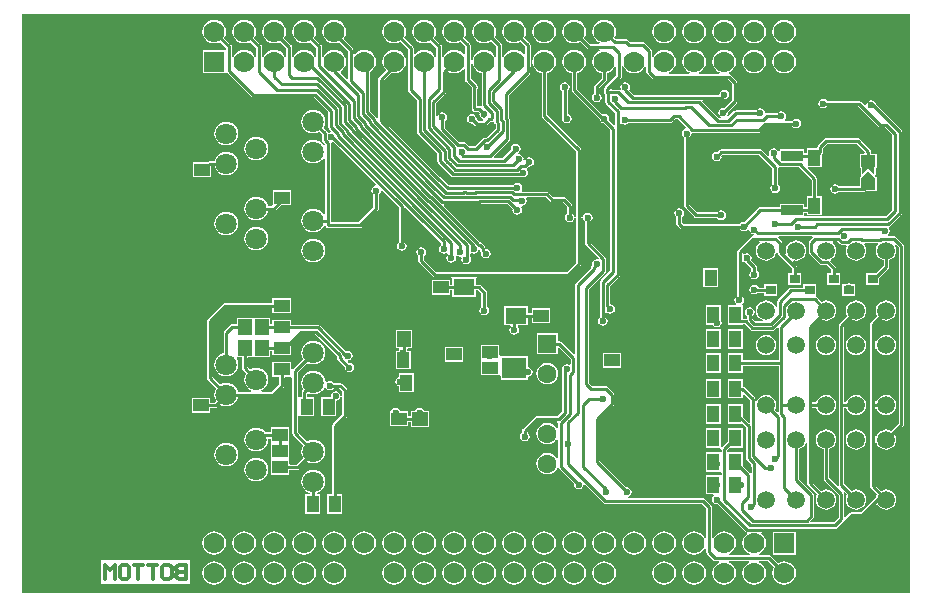
<source format=gbl>
G04 Layer_Physical_Order=2*
G04 Layer_Color=16711680*
%FSLAX25Y25*%
%MOIN*%
G70*
G01*
G75*
%ADD11R,0.04134X0.05709*%
%ADD13R,0.05315X0.04134*%
%ADD14R,0.05315X0.04331*%
%ADD18R,0.05709X0.04134*%
%ADD20R,0.04134X0.05315*%
%ADD29C,0.01000*%
%ADD30C,0.00900*%
%ADD32C,0.01181*%
%ADD33C,0.06299*%
%ADD34R,0.06299X0.06299*%
%ADD35O,0.11811X0.15748*%
%ADD36C,0.07087*%
%ADD37C,0.05906*%
%ADD38C,0.07000*%
%ADD39R,0.07000X0.07000*%
%ADD40C,0.23622*%
%ADD41C,0.02362*%
%ADD42C,0.05000*%
%ADD43R,0.07480X0.03543*%
%ADD44R,0.07480X0.12598*%
%ADD45R,0.04921X0.03937*%
%ADD46R,0.03543X0.03150*%
%ADD47R,0.07087X0.05512*%
%ADD48R,0.04528X0.05315*%
%ADD49R,0.05315X0.04528*%
%ADD50R,0.08268X0.07087*%
G36*
X396063Y100000D02*
X100000D01*
Y292913D01*
X396063D01*
Y100000D01*
D02*
G37*
%LPC*%
G36*
X264016Y120430D02*
X262998Y120296D01*
X262049Y119903D01*
X261234Y119278D01*
X260609Y118463D01*
X260216Y117514D01*
X260082Y116496D01*
X260216Y115478D01*
X260609Y114529D01*
X261234Y113715D01*
X262049Y113089D01*
X262998Y112697D01*
X264016Y112562D01*
X265034Y112697D01*
X265983Y113089D01*
X266797Y113715D01*
X267422Y114529D01*
X267815Y115478D01*
X267949Y116496D01*
X267815Y117514D01*
X267422Y118463D01*
X266797Y119278D01*
X265983Y119903D01*
X265034Y120296D01*
X264016Y120430D01*
D02*
G37*
G36*
X254016D02*
X252998Y120296D01*
X252049Y119903D01*
X251234Y119278D01*
X250609Y118463D01*
X250216Y117514D01*
X250082Y116496D01*
X250216Y115478D01*
X250609Y114529D01*
X251234Y113715D01*
X252049Y113089D01*
X252998Y112697D01*
X254016Y112562D01*
X255034Y112697D01*
X255983Y113089D01*
X256797Y113715D01*
X257422Y114529D01*
X257815Y115478D01*
X257949Y116496D01*
X257815Y117514D01*
X257422Y118463D01*
X256797Y119278D01*
X255983Y119903D01*
X255034Y120296D01*
X254016Y120430D01*
D02*
G37*
G36*
X274016D02*
X272998Y120296D01*
X272049Y119903D01*
X271234Y119278D01*
X270609Y118463D01*
X270216Y117514D01*
X270082Y116496D01*
X270216Y115478D01*
X270609Y114529D01*
X271234Y113715D01*
X272049Y113089D01*
X272998Y112697D01*
X274016Y112562D01*
X275034Y112697D01*
X275983Y113089D01*
X276797Y113715D01*
X277422Y114529D01*
X277815Y115478D01*
X277949Y116496D01*
X277815Y117514D01*
X277422Y118463D01*
X276797Y119278D01*
X275983Y119903D01*
X275034Y120296D01*
X274016Y120430D01*
D02*
G37*
G36*
X294016D02*
X292998Y120296D01*
X292049Y119903D01*
X291234Y119278D01*
X290609Y118463D01*
X290216Y117514D01*
X290082Y116496D01*
X290216Y115478D01*
X290609Y114529D01*
X291234Y113715D01*
X292049Y113089D01*
X292998Y112697D01*
X294016Y112562D01*
X295034Y112697D01*
X295983Y113089D01*
X296797Y113715D01*
X297422Y114529D01*
X297815Y115478D01*
X297949Y116496D01*
X297815Y117514D01*
X297422Y118463D01*
X296797Y119278D01*
X295983Y119903D01*
X295034Y120296D01*
X294016Y120430D01*
D02*
G37*
G36*
X284016D02*
X282998Y120296D01*
X282049Y119903D01*
X281234Y119278D01*
X280609Y118463D01*
X280216Y117514D01*
X280082Y116496D01*
X280216Y115478D01*
X280609Y114529D01*
X281234Y113715D01*
X282049Y113089D01*
X282998Y112697D01*
X284016Y112562D01*
X285034Y112697D01*
X285983Y113089D01*
X286797Y113715D01*
X287422Y114529D01*
X287815Y115478D01*
X287949Y116496D01*
X287815Y117514D01*
X287422Y118463D01*
X286797Y119278D01*
X285983Y119903D01*
X285034Y120296D01*
X284016Y120430D01*
D02*
G37*
G36*
X214016D02*
X212998Y120296D01*
X212049Y119903D01*
X211234Y119278D01*
X210609Y118463D01*
X210216Y117514D01*
X210082Y116496D01*
X210216Y115478D01*
X210609Y114529D01*
X211234Y113715D01*
X212049Y113089D01*
X212998Y112697D01*
X214016Y112562D01*
X215034Y112697D01*
X215983Y113089D01*
X216797Y113715D01*
X217422Y114529D01*
X217815Y115478D01*
X217949Y116496D01*
X217815Y117514D01*
X217422Y118463D01*
X216797Y119278D01*
X215983Y119903D01*
X215034Y120296D01*
X214016Y120430D01*
D02*
G37*
G36*
X204016D02*
X202998Y120296D01*
X202049Y119903D01*
X201234Y119278D01*
X200609Y118463D01*
X200216Y117514D01*
X200082Y116496D01*
X200216Y115478D01*
X200609Y114529D01*
X201234Y113715D01*
X202049Y113089D01*
X202998Y112697D01*
X204016Y112562D01*
X205034Y112697D01*
X205983Y113089D01*
X206797Y113715D01*
X207422Y114529D01*
X207815Y115478D01*
X207949Y116496D01*
X207815Y117514D01*
X207422Y118463D01*
X206797Y119278D01*
X205983Y119903D01*
X205034Y120296D01*
X204016Y120430D01*
D02*
G37*
G36*
X224016D02*
X222998Y120296D01*
X222049Y119903D01*
X221234Y119278D01*
X220609Y118463D01*
X220216Y117514D01*
X220082Y116496D01*
X220216Y115478D01*
X220609Y114529D01*
X221234Y113715D01*
X222049Y113089D01*
X222998Y112697D01*
X224016Y112562D01*
X225034Y112697D01*
X225983Y113089D01*
X226797Y113715D01*
X227422Y114529D01*
X227815Y115478D01*
X227949Y116496D01*
X227815Y117514D01*
X227422Y118463D01*
X226797Y119278D01*
X225983Y119903D01*
X225034Y120296D01*
X224016Y120430D01*
D02*
G37*
G36*
X244016D02*
X242998Y120296D01*
X242049Y119903D01*
X241234Y119278D01*
X240609Y118463D01*
X240216Y117514D01*
X240082Y116496D01*
X240216Y115478D01*
X240609Y114529D01*
X241234Y113715D01*
X242049Y113089D01*
X242998Y112697D01*
X244016Y112562D01*
X245034Y112697D01*
X245983Y113089D01*
X246797Y113715D01*
X247422Y114529D01*
X247815Y115478D01*
X247949Y116496D01*
X247815Y117514D01*
X247422Y118463D01*
X246797Y119278D01*
X245983Y119903D01*
X245034Y120296D01*
X244016Y120430D01*
D02*
G37*
G36*
X234016D02*
X232998Y120296D01*
X232049Y119903D01*
X231234Y119278D01*
X230609Y118463D01*
X230216Y117514D01*
X230082Y116496D01*
X230216Y115478D01*
X230609Y114529D01*
X231234Y113715D01*
X232049Y113089D01*
X232998Y112697D01*
X234016Y112562D01*
X235034Y112697D01*
X235983Y113089D01*
X236797Y113715D01*
X237422Y114529D01*
X237815Y115478D01*
X237949Y116496D01*
X237815Y117514D01*
X237422Y118463D01*
X236797Y119278D01*
X235983Y119903D01*
X235034Y120296D01*
X234016Y120430D01*
D02*
G37*
G36*
X232500Y161612D02*
X231883Y161489D01*
X231360Y161140D01*
X231011Y160617D01*
X230991Y160518D01*
X229443D01*
Y158772D01*
X228557D01*
Y160420D01*
X226029D01*
X225989Y160617D01*
X225640Y161140D01*
X225117Y161489D01*
X224500Y161612D01*
X223883Y161489D01*
X223360Y161140D01*
X223011Y160617D01*
X222971Y160420D01*
X222443D01*
Y155486D01*
X228557D01*
Y156937D01*
X229443D01*
Y155191D01*
X235558D01*
Y160518D01*
X234009D01*
X233989Y160617D01*
X233640Y161140D01*
X233117Y161489D01*
X232500Y161612D01*
D02*
G37*
G36*
X332825Y162754D02*
X327891D01*
Y156246D01*
X332825D01*
Y162754D01*
D02*
G37*
G36*
Y171254D02*
X327891D01*
Y164746D01*
X332825D01*
Y171254D01*
D02*
G37*
G36*
X275000Y176580D02*
X274073Y176458D01*
X273210Y176101D01*
X272468Y175532D01*
X271899Y174790D01*
X271542Y173927D01*
X271420Y173000D01*
X271542Y172073D01*
X271899Y171210D01*
X272468Y170468D01*
X273210Y169899D01*
X274073Y169542D01*
X275000Y169420D01*
X275927Y169542D01*
X276790Y169899D01*
X277532Y170468D01*
X278101Y171210D01*
X278458Y172073D01*
X278580Y173000D01*
X278458Y173927D01*
X278101Y174790D01*
X277532Y175532D01*
X276790Y176101D01*
X275927Y176458D01*
X275000Y176580D01*
D02*
G37*
G36*
X230514Y173057D02*
X225580D01*
Y171828D01*
X225383Y171789D01*
X224860Y171439D01*
X224511Y170916D01*
X224388Y170299D01*
X224511Y169682D01*
X224860Y169159D01*
X225383Y168810D01*
X225580Y168771D01*
Y166943D01*
X230514D01*
Y173057D01*
D02*
G37*
G36*
X314016Y120430D02*
X312998Y120296D01*
X312049Y119903D01*
X311234Y119278D01*
X310609Y118463D01*
X310216Y117514D01*
X310082Y116496D01*
X310216Y115478D01*
X310609Y114529D01*
X311234Y113715D01*
X312049Y113089D01*
X312998Y112697D01*
X314016Y112562D01*
X315034Y112697D01*
X315983Y113089D01*
X316797Y113715D01*
X317422Y114529D01*
X317815Y115478D01*
X317949Y116496D01*
X317815Y117514D01*
X317422Y118463D01*
X316797Y119278D01*
X315983Y119903D01*
X315034Y120296D01*
X314016Y120430D01*
D02*
G37*
G36*
X304016D02*
X302998Y120296D01*
X302049Y119903D01*
X301234Y119278D01*
X300609Y118463D01*
X300216Y117514D01*
X300082Y116496D01*
X300216Y115478D01*
X300609Y114529D01*
X301234Y113715D01*
X302049Y113089D01*
X302998Y112697D01*
X304016Y112562D01*
X305034Y112697D01*
X305983Y113089D01*
X306797Y113715D01*
X307422Y114529D01*
X307815Y115478D01*
X307949Y116496D01*
X307815Y117514D01*
X307422Y118463D01*
X306797Y119278D01*
X305983Y119903D01*
X305034Y120296D01*
X304016Y120430D01*
D02*
G37*
G36*
X197035Y140981D02*
X196006Y140846D01*
X195047Y140448D01*
X194223Y139816D01*
X193591Y138993D01*
X193194Y138033D01*
X193058Y137004D01*
X193194Y135975D01*
X193591Y135015D01*
X194223Y134192D01*
X195047Y133560D01*
X195783Y133254D01*
X195684Y132754D01*
X194391D01*
Y126246D01*
X199325D01*
Y132754D01*
X198387D01*
X198287Y133254D01*
X199024Y133560D01*
X199848Y134192D01*
X200480Y135015D01*
X200877Y135975D01*
X201013Y137004D01*
X200877Y138033D01*
X200480Y138993D01*
X199848Y139816D01*
X199024Y140448D01*
X198065Y140846D01*
X197035Y140981D01*
D02*
G37*
G36*
X168020Y149977D02*
X166990Y149842D01*
X166031Y149444D01*
X165207Y148812D01*
X164575Y147989D01*
X164178Y147029D01*
X164042Y146000D01*
X164178Y144971D01*
X164575Y144011D01*
X165207Y143188D01*
X166031Y142555D01*
X166990Y142158D01*
X168020Y142023D01*
X169049Y142158D01*
X170008Y142555D01*
X170832Y143188D01*
X171464Y144011D01*
X171862Y144971D01*
X171997Y146000D01*
X171862Y147029D01*
X171464Y147989D01*
X170832Y148812D01*
X170008Y149444D01*
X169049Y149842D01*
X168020Y149977D01*
D02*
G37*
G36*
X178020Y144977D02*
X176990Y144842D01*
X176031Y144445D01*
X175207Y143812D01*
X174575Y142989D01*
X174178Y142029D01*
X174042Y141000D01*
X174178Y139971D01*
X174575Y139011D01*
X175207Y138188D01*
X176031Y137556D01*
X176990Y137158D01*
X178020Y137023D01*
X179049Y137158D01*
X180008Y137556D01*
X180832Y138188D01*
X181464Y139011D01*
X181861Y139971D01*
X181997Y141000D01*
X181861Y142029D01*
X181464Y142989D01*
X180832Y143812D01*
X180008Y144445D01*
X179049Y144842D01*
X178020Y144977D01*
D02*
G37*
G36*
X234016Y110430D02*
X232998Y110296D01*
X232049Y109903D01*
X231234Y109278D01*
X230609Y108463D01*
X230216Y107514D01*
X230082Y106496D01*
X230216Y105478D01*
X230609Y104529D01*
X231234Y103715D01*
X232049Y103089D01*
X232998Y102697D01*
X234016Y102562D01*
X235034Y102697D01*
X235983Y103089D01*
X236797Y103715D01*
X237422Y104529D01*
X237815Y105478D01*
X237949Y106496D01*
X237815Y107514D01*
X237422Y108463D01*
X236797Y109278D01*
X235983Y109903D01*
X235034Y110296D01*
X234016Y110430D01*
D02*
G37*
G36*
X224016D02*
X222998Y110296D01*
X222049Y109903D01*
X221234Y109278D01*
X220609Y108463D01*
X220216Y107514D01*
X220082Y106496D01*
X220216Y105478D01*
X220609Y104529D01*
X221234Y103715D01*
X222049Y103089D01*
X222998Y102697D01*
X224016Y102562D01*
X225034Y102697D01*
X225983Y103089D01*
X226797Y103715D01*
X227422Y104529D01*
X227815Y105478D01*
X227949Y106496D01*
X227815Y107514D01*
X227422Y108463D01*
X226797Y109278D01*
X225983Y109903D01*
X225034Y110296D01*
X224016Y110430D01*
D02*
G37*
G36*
X244016D02*
X242998Y110296D01*
X242049Y109903D01*
X241234Y109278D01*
X240609Y108463D01*
X240216Y107514D01*
X240082Y106496D01*
X240216Y105478D01*
X240609Y104529D01*
X241234Y103715D01*
X242049Y103089D01*
X242998Y102697D01*
X244016Y102562D01*
X245034Y102697D01*
X245983Y103089D01*
X246797Y103715D01*
X247422Y104529D01*
X247815Y105478D01*
X247949Y106496D01*
X247815Y107514D01*
X247422Y108463D01*
X246797Y109278D01*
X245983Y109903D01*
X245034Y110296D01*
X244016Y110430D01*
D02*
G37*
G36*
X264016D02*
X262998Y110296D01*
X262049Y109903D01*
X261234Y109278D01*
X260609Y108463D01*
X260216Y107514D01*
X260082Y106496D01*
X260216Y105478D01*
X260609Y104529D01*
X261234Y103715D01*
X262049Y103089D01*
X262998Y102697D01*
X264016Y102562D01*
X265034Y102697D01*
X265983Y103089D01*
X266797Y103715D01*
X267422Y104529D01*
X267815Y105478D01*
X267949Y106496D01*
X267815Y107514D01*
X267422Y108463D01*
X266797Y109278D01*
X265983Y109903D01*
X265034Y110296D01*
X264016Y110430D01*
D02*
G37*
G36*
X254016D02*
X252998Y110296D01*
X252049Y109903D01*
X251234Y109278D01*
X250609Y108463D01*
X250216Y107514D01*
X250082Y106496D01*
X250216Y105478D01*
X250609Y104529D01*
X251234Y103715D01*
X252049Y103089D01*
X252998Y102697D01*
X254016Y102562D01*
X255034Y102697D01*
X255983Y103089D01*
X256797Y103715D01*
X257422Y104529D01*
X257815Y105478D01*
X257949Y106496D01*
X257815Y107514D01*
X257422Y108463D01*
X256797Y109278D01*
X255983Y109903D01*
X255034Y110296D01*
X254016Y110430D01*
D02*
G37*
G36*
X174016D02*
X172998Y110296D01*
X172049Y109903D01*
X171234Y109278D01*
X170609Y108463D01*
X170216Y107514D01*
X170082Y106496D01*
X170216Y105478D01*
X170609Y104529D01*
X171234Y103715D01*
X172049Y103089D01*
X172998Y102697D01*
X174016Y102562D01*
X175034Y102697D01*
X175983Y103089D01*
X176797Y103715D01*
X177422Y104529D01*
X177815Y105478D01*
X177949Y106496D01*
X177815Y107514D01*
X177422Y108463D01*
X176797Y109278D01*
X175983Y109903D01*
X175034Y110296D01*
X174016Y110430D01*
D02*
G37*
G36*
X164016D02*
X162998Y110296D01*
X162049Y109903D01*
X161234Y109278D01*
X160609Y108463D01*
X160216Y107514D01*
X160082Y106496D01*
X160216Y105478D01*
X160609Y104529D01*
X161234Y103715D01*
X162049Y103089D01*
X162998Y102697D01*
X164016Y102562D01*
X165034Y102697D01*
X165983Y103089D01*
X166797Y103715D01*
X167422Y104529D01*
X167815Y105478D01*
X167949Y106496D01*
X167815Y107514D01*
X167422Y108463D01*
X166797Y109278D01*
X165983Y109903D01*
X165034Y110296D01*
X164016Y110430D01*
D02*
G37*
G36*
X184016D02*
X182998Y110296D01*
X182049Y109903D01*
X181234Y109278D01*
X180609Y108463D01*
X180216Y107514D01*
X180082Y106496D01*
X180216Y105478D01*
X180609Y104529D01*
X181234Y103715D01*
X182049Y103089D01*
X182998Y102697D01*
X184016Y102562D01*
X185034Y102697D01*
X185983Y103089D01*
X186797Y103715D01*
X187422Y104529D01*
X187815Y105478D01*
X187949Y106496D01*
X187815Y107514D01*
X187422Y108463D01*
X186797Y109278D01*
X185983Y109903D01*
X185034Y110296D01*
X184016Y110430D01*
D02*
G37*
G36*
X204016D02*
X202998Y110296D01*
X202049Y109903D01*
X201234Y109278D01*
X200609Y108463D01*
X200216Y107514D01*
X200082Y106496D01*
X200216Y105478D01*
X200609Y104529D01*
X201234Y103715D01*
X202049Y103089D01*
X202998Y102697D01*
X204016Y102562D01*
X205034Y102697D01*
X205983Y103089D01*
X206797Y103715D01*
X207422Y104529D01*
X207815Y105478D01*
X207949Y106496D01*
X207815Y107514D01*
X207422Y108463D01*
X206797Y109278D01*
X205983Y109903D01*
X205034Y110296D01*
X204016Y110430D01*
D02*
G37*
G36*
X194016D02*
X192998Y110296D01*
X192049Y109903D01*
X191234Y109278D01*
X190609Y108463D01*
X190216Y107514D01*
X190082Y106496D01*
X190216Y105478D01*
X190609Y104529D01*
X191234Y103715D01*
X192049Y103089D01*
X192998Y102697D01*
X194016Y102562D01*
X195034Y102697D01*
X195983Y103089D01*
X196797Y103715D01*
X197422Y104529D01*
X197815Y105478D01*
X197949Y106496D01*
X197815Y107514D01*
X197422Y108463D01*
X196797Y109278D01*
X195983Y109903D01*
X195034Y110296D01*
X194016Y110430D01*
D02*
G37*
G36*
X164016Y120430D02*
X162998Y120296D01*
X162049Y119903D01*
X161234Y119278D01*
X160609Y118463D01*
X160216Y117514D01*
X160082Y116496D01*
X160216Y115478D01*
X160609Y114529D01*
X161234Y113715D01*
X162049Y113089D01*
X162998Y112697D01*
X164016Y112562D01*
X165034Y112697D01*
X165983Y113089D01*
X166797Y113715D01*
X167422Y114529D01*
X167815Y115478D01*
X167949Y116496D01*
X167815Y117514D01*
X167422Y118463D01*
X166797Y119278D01*
X165983Y119903D01*
X165034Y120296D01*
X164016Y120430D01*
D02*
G37*
G36*
X156081Y110804D02*
X126156D01*
Y102919D01*
X156081D01*
Y110804D01*
D02*
G37*
G36*
X174016Y120430D02*
X172998Y120296D01*
X172049Y119903D01*
X171234Y119278D01*
X170609Y118463D01*
X170216Y117514D01*
X170082Y116496D01*
X170216Y115478D01*
X170609Y114529D01*
X171234Y113715D01*
X172049Y113089D01*
X172998Y112697D01*
X174016Y112562D01*
X175034Y112697D01*
X175983Y113089D01*
X176797Y113715D01*
X177422Y114529D01*
X177815Y115478D01*
X177949Y116496D01*
X177815Y117514D01*
X177422Y118463D01*
X176797Y119278D01*
X175983Y119903D01*
X175034Y120296D01*
X174016Y120430D01*
D02*
G37*
G36*
X194016D02*
X192998Y120296D01*
X192049Y119903D01*
X191234Y119278D01*
X190609Y118463D01*
X190216Y117514D01*
X190082Y116496D01*
X190216Y115478D01*
X190609Y114529D01*
X191234Y113715D01*
X192049Y113089D01*
X192998Y112697D01*
X194016Y112562D01*
X195034Y112697D01*
X195983Y113089D01*
X196797Y113715D01*
X197422Y114529D01*
X197815Y115478D01*
X197949Y116496D01*
X197815Y117514D01*
X197422Y118463D01*
X196797Y119278D01*
X195983Y119903D01*
X195034Y120296D01*
X194016Y120430D01*
D02*
G37*
G36*
X184016D02*
X182998Y120296D01*
X182049Y119903D01*
X181234Y119278D01*
X180609Y118463D01*
X180216Y117514D01*
X180082Y116496D01*
X180216Y115478D01*
X180609Y114529D01*
X181234Y113715D01*
X182049Y113089D01*
X182998Y112697D01*
X184016Y112562D01*
X185034Y112697D01*
X185983Y113089D01*
X186797Y113715D01*
X187422Y114529D01*
X187815Y115478D01*
X187949Y116496D01*
X187815Y117514D01*
X187422Y118463D01*
X186797Y119278D01*
X185983Y119903D01*
X185034Y120296D01*
X184016Y120430D01*
D02*
G37*
G36*
X284016Y110430D02*
X282998Y110296D01*
X282049Y109903D01*
X281234Y109278D01*
X280609Y108463D01*
X280216Y107514D01*
X280082Y106496D01*
X280216Y105478D01*
X280609Y104529D01*
X281234Y103715D01*
X282049Y103089D01*
X282998Y102697D01*
X284016Y102562D01*
X285034Y102697D01*
X285983Y103089D01*
X286797Y103715D01*
X287422Y104529D01*
X287815Y105478D01*
X287949Y106496D01*
X287815Y107514D01*
X287422Y108463D01*
X286797Y109278D01*
X285983Y109903D01*
X285034Y110296D01*
X284016Y110430D01*
D02*
G37*
G36*
X274016D02*
X272998Y110296D01*
X272049Y109903D01*
X271234Y109278D01*
X270609Y108463D01*
X270216Y107514D01*
X270082Y106496D01*
X270216Y105478D01*
X270609Y104529D01*
X271234Y103715D01*
X272049Y103089D01*
X272998Y102697D01*
X274016Y102562D01*
X275034Y102697D01*
X275983Y103089D01*
X276797Y103715D01*
X277422Y104529D01*
X277815Y105478D01*
X277949Y106496D01*
X277815Y107514D01*
X277422Y108463D01*
X276797Y109278D01*
X275983Y109903D01*
X275034Y110296D01*
X274016Y110430D01*
D02*
G37*
G36*
X294016D02*
X292998Y110296D01*
X292049Y109903D01*
X291234Y109278D01*
X290609Y108463D01*
X290216Y107514D01*
X290082Y106496D01*
X290216Y105478D01*
X290609Y104529D01*
X291234Y103715D01*
X292049Y103089D01*
X292998Y102697D01*
X294016Y102562D01*
X295034Y102697D01*
X295983Y103089D01*
X296797Y103715D01*
X297422Y104529D01*
X297815Y105478D01*
X297949Y106496D01*
X297815Y107514D01*
X297422Y108463D01*
X296797Y109278D01*
X295983Y109903D01*
X295034Y110296D01*
X294016Y110430D01*
D02*
G37*
G36*
X324016D02*
X322998Y110296D01*
X322049Y109903D01*
X321234Y109278D01*
X320609Y108463D01*
X320216Y107514D01*
X320082Y106496D01*
X320216Y105478D01*
X320609Y104529D01*
X321234Y103715D01*
X322049Y103089D01*
X322998Y102697D01*
X324016Y102562D01*
X325034Y102697D01*
X325983Y103089D01*
X326797Y103715D01*
X327422Y104529D01*
X327815Y105478D01*
X327949Y106496D01*
X327815Y107514D01*
X327422Y108463D01*
X326797Y109278D01*
X325983Y109903D01*
X325034Y110296D01*
X324016Y110430D01*
D02*
G37*
G36*
X314016D02*
X312998Y110296D01*
X312049Y109903D01*
X311234Y109278D01*
X310609Y108463D01*
X310216Y107514D01*
X310082Y106496D01*
X310216Y105478D01*
X310609Y104529D01*
X311234Y103715D01*
X312049Y103089D01*
X312998Y102697D01*
X314016Y102562D01*
X315034Y102697D01*
X315983Y103089D01*
X316797Y103715D01*
X317422Y104529D01*
X317815Y105478D01*
X317949Y106496D01*
X317815Y107514D01*
X317422Y108463D01*
X316797Y109278D01*
X315983Y109903D01*
X315034Y110296D01*
X314016Y110430D01*
D02*
G37*
G36*
X280902Y270112D02*
X280285Y269989D01*
X279762Y269640D01*
X279412Y269117D01*
X279290Y268500D01*
X279412Y267883D01*
X279762Y267360D01*
X279984Y267212D01*
Y258598D01*
X279995Y258541D01*
X279888Y258000D01*
X280011Y257383D01*
X280360Y256860D01*
X280883Y256511D01*
X281500Y256388D01*
X282117Y256511D01*
X282640Y256860D01*
X282989Y257383D01*
X283112Y258000D01*
X282989Y258617D01*
X282640Y259140D01*
X282117Y259489D01*
X281819Y259549D01*
Y267212D01*
X282042Y267360D01*
X282391Y267883D01*
X282514Y268500D01*
X282391Y269117D01*
X282042Y269640D01*
X281519Y269989D01*
X280902Y270112D01*
D02*
G37*
G36*
X168020Y256977D02*
X166990Y256842D01*
X166031Y256445D01*
X165207Y255812D01*
X164575Y254989D01*
X164178Y254029D01*
X164042Y253000D01*
X164178Y251971D01*
X164575Y251011D01*
X165207Y250188D01*
X166031Y249555D01*
X166990Y249158D01*
X168020Y249023D01*
X169049Y249158D01*
X170008Y249555D01*
X170832Y250188D01*
X171464Y251011D01*
X171862Y251971D01*
X171997Y253000D01*
X171862Y254029D01*
X171464Y254989D01*
X170832Y255812D01*
X170008Y256445D01*
X169049Y256842D01*
X168020Y256977D01*
D02*
G37*
G36*
X344016Y280942D02*
X342998Y280807D01*
X342049Y280415D01*
X341234Y279789D01*
X340609Y278975D01*
X340216Y278026D01*
X340082Y277008D01*
X340216Y275990D01*
X340609Y275041D01*
X341234Y274226D01*
X342049Y273601D01*
X342998Y273208D01*
X344016Y273074D01*
X345034Y273208D01*
X345983Y273601D01*
X346797Y274226D01*
X347422Y275041D01*
X347815Y275990D01*
X347949Y277008D01*
X347815Y278026D01*
X347422Y278975D01*
X346797Y279789D01*
X345983Y280415D01*
X345034Y280807D01*
X344016Y280942D01*
D02*
G37*
G36*
X204016Y290942D02*
X202998Y290808D01*
X202049Y290415D01*
X201234Y289789D01*
X200609Y288975D01*
X200216Y288026D01*
X200082Y287008D01*
X200216Y285990D01*
X200609Y285041D01*
X201234Y284226D01*
X202049Y283601D01*
X202998Y283208D01*
X204016Y283074D01*
X205034Y283208D01*
X205713Y283489D01*
X208582Y280620D01*
Y271369D01*
X208120Y271177D01*
X206134Y273164D01*
X206221Y273784D01*
X206797Y274226D01*
X207422Y275041D01*
X207815Y275990D01*
X207949Y277008D01*
X207815Y278026D01*
X207422Y278975D01*
X206797Y279789D01*
X205983Y280415D01*
X205034Y280807D01*
X204016Y280942D01*
X202998Y280807D01*
X202049Y280415D01*
X201234Y279789D01*
X200609Y278975D01*
X200418Y278512D01*
X199918Y278612D01*
Y282024D01*
X199859Y282316D01*
X199848Y282375D01*
X199649Y282673D01*
X197361Y284961D01*
X197422Y285041D01*
X197815Y285990D01*
X197949Y287008D01*
X197815Y288026D01*
X197422Y288975D01*
X196797Y289789D01*
X195983Y290415D01*
X195034Y290808D01*
X194016Y290942D01*
X192998Y290808D01*
X192049Y290415D01*
X191234Y289789D01*
X190609Y288975D01*
X190216Y288026D01*
X190082Y287008D01*
X190216Y285990D01*
X190609Y285041D01*
X191234Y284226D01*
X192049Y283601D01*
X192998Y283208D01*
X194016Y283074D01*
X195034Y283208D01*
X195983Y283601D01*
X196063Y283663D01*
X198082Y281644D01*
Y278688D01*
X197582Y278589D01*
X197422Y278975D01*
X196797Y279789D01*
X195983Y280415D01*
X195034Y280807D01*
X194016Y280942D01*
X192998Y280807D01*
X192049Y280415D01*
X191234Y279789D01*
X190609Y278975D01*
X190418Y278512D01*
X189918Y278612D01*
Y282000D01*
X189859Y282293D01*
X189848Y282351D01*
X189649Y282649D01*
X187350Y284947D01*
X187422Y285041D01*
X187815Y285990D01*
X187949Y287008D01*
X187815Y288026D01*
X187422Y288975D01*
X186797Y289789D01*
X185983Y290415D01*
X185034Y290808D01*
X184016Y290942D01*
X182998Y290808D01*
X182049Y290415D01*
X181234Y289789D01*
X180609Y288975D01*
X180216Y288026D01*
X180082Y287008D01*
X180216Y285990D01*
X180609Y285041D01*
X181234Y284226D01*
X182049Y283601D01*
X182998Y283208D01*
X184016Y283074D01*
X185034Y283208D01*
X185983Y283601D01*
X186050Y283653D01*
X188082Y281620D01*
Y278688D01*
X187582Y278589D01*
X187422Y278975D01*
X186797Y279789D01*
X185983Y280415D01*
X185034Y280807D01*
X184016Y280942D01*
X182998Y280807D01*
X182049Y280415D01*
X181234Y279789D01*
X180609Y278975D01*
X180418Y278512D01*
X179918Y278612D01*
Y282024D01*
X179859Y282316D01*
X179848Y282375D01*
X179649Y282673D01*
X177361Y284961D01*
X177422Y285041D01*
X177815Y285990D01*
X177949Y287008D01*
X177815Y288026D01*
X177422Y288975D01*
X176797Y289789D01*
X175983Y290415D01*
X175034Y290808D01*
X174016Y290942D01*
X172998Y290808D01*
X172049Y290415D01*
X171234Y289789D01*
X170609Y288975D01*
X170216Y288026D01*
X170082Y287008D01*
X170216Y285990D01*
X170609Y285041D01*
X171234Y284226D01*
X172049Y283601D01*
X172998Y283208D01*
X174016Y283074D01*
X175034Y283208D01*
X175983Y283601D01*
X176063Y283663D01*
X178082Y281644D01*
Y278688D01*
X177582Y278589D01*
X177422Y278975D01*
X176797Y279789D01*
X175983Y280415D01*
X175034Y280807D01*
X174016Y280942D01*
X172998Y280807D01*
X172049Y280415D01*
X171234Y279789D01*
X170609Y278975D01*
X170418Y278512D01*
X169918Y278612D01*
Y282024D01*
X169859Y282316D01*
X169848Y282375D01*
X169649Y282673D01*
X167361Y284961D01*
X167422Y285041D01*
X167815Y285990D01*
X167949Y287008D01*
X167815Y288026D01*
X167422Y288975D01*
X166797Y289789D01*
X165983Y290415D01*
X165034Y290808D01*
X164016Y290942D01*
X162998Y290808D01*
X162049Y290415D01*
X161234Y289789D01*
X160609Y288975D01*
X160216Y288026D01*
X160082Y287008D01*
X160216Y285990D01*
X160609Y285041D01*
X161234Y284226D01*
X162049Y283601D01*
X162998Y283208D01*
X164016Y283074D01*
X165034Y283208D01*
X165983Y283601D01*
X166063Y283663D01*
X168082Y281644D01*
Y281339D01*
X167916Y280908D01*
X167582Y280908D01*
X160116D01*
Y273108D01*
X167916D01*
X167916Y273108D01*
X167916Y273108D01*
X167916Y273108D01*
X168347Y273274D01*
X168416Y273287D01*
X176351Y265351D01*
X176649Y265152D01*
X177000Y265082D01*
X197135D01*
X202082Y260135D01*
Y255069D01*
X202152Y254718D01*
X202351Y254420D01*
X202816Y253956D01*
X202651Y253414D01*
X202478Y253379D01*
X202311Y253268D01*
X201915Y253373D01*
X201762Y253469D01*
X201563Y253766D01*
X200411Y254918D01*
X200480Y255007D01*
X200877Y255967D01*
X201013Y256996D01*
X200877Y258026D01*
X200480Y258985D01*
X199848Y259808D01*
X199024Y260440D01*
X198065Y260838D01*
X197035Y260973D01*
X196006Y260838D01*
X195047Y260440D01*
X194223Y259808D01*
X193591Y258985D01*
X193194Y258026D01*
X193058Y256996D01*
X193194Y255967D01*
X193591Y255007D01*
X194223Y254184D01*
X195047Y253552D01*
X196006Y253154D01*
X197035Y253019D01*
X198065Y253154D01*
X199024Y253552D01*
X199114Y253620D01*
X199996Y252737D01*
Y250986D01*
X200066Y250635D01*
X200265Y250337D01*
X201082Y249520D01*
Y248837D01*
X200582Y248737D01*
X200480Y248985D01*
X199848Y249809D01*
X199024Y250441D01*
X198065Y250838D01*
X197035Y250973D01*
X196006Y250838D01*
X195047Y250441D01*
X194223Y249809D01*
X193591Y248985D01*
X193194Y248025D01*
X193058Y246996D01*
X193194Y245967D01*
X193591Y245007D01*
X194223Y244184D01*
X195047Y243552D01*
X196006Y243154D01*
X197035Y243019D01*
X198065Y243154D01*
X199024Y243552D01*
X199848Y244184D01*
X200480Y245007D01*
X200582Y245255D01*
X201082Y245155D01*
Y225845D01*
X200582Y225745D01*
X200480Y225993D01*
X199848Y226816D01*
X199024Y227448D01*
X198065Y227846D01*
X197035Y227981D01*
X196006Y227846D01*
X195047Y227448D01*
X194223Y226816D01*
X193591Y225993D01*
X193194Y225033D01*
X193058Y224004D01*
X193194Y222974D01*
X193591Y222015D01*
X194223Y221192D01*
X195047Y220560D01*
X196006Y220162D01*
X197035Y220027D01*
X198065Y220162D01*
X199024Y220560D01*
X199848Y221192D01*
X200480Y222015D01*
X200608Y222324D01*
X201128Y222272D01*
X201152Y222149D01*
X201351Y221851D01*
X201649Y221652D01*
X202000Y221582D01*
X212500D01*
X212851Y221652D01*
X213149Y221851D01*
X218649Y227351D01*
X218848Y227649D01*
X218859Y227707D01*
X218918Y228000D01*
Y232712D01*
X219140Y232860D01*
X219489Y233383D01*
X219560Y233737D01*
X220102Y233902D01*
X225582Y228421D01*
Y216788D01*
X225360Y216640D01*
X225011Y216117D01*
X224888Y215500D01*
X225011Y214883D01*
X225360Y214360D01*
X225883Y214011D01*
X226500Y213888D01*
X227117Y214011D01*
X227640Y214360D01*
X227989Y214883D01*
X228112Y215500D01*
X227989Y216117D01*
X227640Y216640D01*
X227418Y216788D01*
Y228054D01*
X227880Y228246D01*
X232274Y223851D01*
X232551Y223666D01*
X239582Y216635D01*
Y215788D01*
X239360Y215640D01*
X239011Y215117D01*
X238888Y214500D01*
X239011Y213883D01*
X239360Y213360D01*
X239883Y213011D01*
X240500Y212888D01*
X241117Y213011D01*
X241397Y213197D01*
X241904Y212971D01*
X241913Y212675D01*
X241860Y212640D01*
X241511Y212117D01*
X241388Y211500D01*
X241511Y210883D01*
X241860Y210360D01*
X242383Y210011D01*
X243000Y209888D01*
X243617Y210011D01*
X244140Y210360D01*
X244489Y210883D01*
X244612Y211500D01*
X244504Y212042D01*
X244633Y212158D01*
X244781Y212254D01*
X244920Y212320D01*
X245383Y212011D01*
X246000Y211888D01*
X246104Y211909D01*
X246231Y211817D01*
X246482Y211474D01*
X246388Y211000D01*
X246511Y210383D01*
X246860Y209860D01*
X247383Y209511D01*
X248000Y209388D01*
X248617Y209511D01*
X249140Y209860D01*
X249489Y210383D01*
X249612Y211000D01*
X249489Y211617D01*
X249140Y212140D01*
X249099Y212167D01*
Y212933D01*
X249599Y213201D01*
X249883Y213011D01*
X250500Y212888D01*
X251117Y213011D01*
X251640Y213360D01*
X251989Y213883D01*
X252082Y214351D01*
X252582Y214301D01*
Y214000D01*
X252652Y213649D01*
X252851Y213351D01*
X252940Y213262D01*
X252888Y213000D01*
X253011Y212383D01*
X253360Y211860D01*
X253883Y211511D01*
X254500Y211388D01*
X255117Y211511D01*
X255640Y211860D01*
X255989Y212383D01*
X256112Y213000D01*
X255989Y213617D01*
X255640Y214140D01*
X255117Y214489D01*
X254500Y214612D01*
X254418Y214680D01*
Y215000D01*
X254359Y215293D01*
X254348Y215351D01*
X254149Y215649D01*
X253149Y216649D01*
X252851Y216848D01*
X252502Y216917D01*
X240480Y228939D01*
X240671Y229401D01*
X252267D01*
X252619Y229471D01*
X252785Y229582D01*
X261620D01*
X263440Y227762D01*
X263388Y227500D01*
X263511Y226883D01*
X263860Y226360D01*
X264383Y226011D01*
X265000Y225888D01*
X265617Y226011D01*
X266140Y226360D01*
X266489Y226883D01*
X266612Y227500D01*
X266489Y228117D01*
X266286Y228421D01*
X266397Y228663D01*
X266567Y228901D01*
X267117Y229011D01*
X267640Y229360D01*
X267989Y229883D01*
X268112Y230500D01*
X267989Y231117D01*
X267891Y231263D01*
X268159Y231764D01*
X274439D01*
X275851Y230351D01*
X276149Y230152D01*
X276207Y230141D01*
X276500Y230082D01*
X280120D01*
X281582Y228620D01*
Y226288D01*
X281360Y226140D01*
X281011Y225617D01*
X280888Y225000D01*
X281011Y224383D01*
X281360Y223860D01*
X281883Y223511D01*
X282500Y223388D01*
X283117Y223511D01*
X283640Y223860D01*
X283989Y224383D01*
X284048Y224677D01*
X284048D01*
X284082Y224851D01*
X284086Y224850D01*
X284103Y224849D01*
X284133Y224846D01*
X284582Y224801D01*
Y209880D01*
X281620Y206918D01*
X237880D01*
X233918Y210880D01*
Y212212D01*
X234140Y212360D01*
X234489Y212883D01*
X234612Y213500D01*
X234489Y214117D01*
X234140Y214640D01*
X233617Y214989D01*
X233000Y215112D01*
X232383Y214989D01*
X231860Y214640D01*
X231511Y214117D01*
X231388Y213500D01*
X231511Y212883D01*
X231860Y212360D01*
X232082Y212212D01*
Y210500D01*
X232152Y210149D01*
X232351Y209851D01*
X236851Y205351D01*
X237149Y205152D01*
X237500Y205082D01*
X242979D01*
X243395Y204880D01*
X243395Y204582D01*
Y202674D01*
X242558D01*
Y204321D01*
X236442D01*
Y199191D01*
X242558D01*
Y200838D01*
X243395D01*
Y198568D01*
X251282D01*
Y200807D01*
X251895D01*
X253082Y199620D01*
Y195288D01*
X252860Y195140D01*
X252511Y194617D01*
X252388Y194000D01*
X252511Y193383D01*
X252860Y192860D01*
X253383Y192511D01*
X254000Y192388D01*
X254617Y192511D01*
X255140Y192860D01*
X255489Y193383D01*
X255612Y194000D01*
X255489Y194617D01*
X255140Y195140D01*
X254918Y195288D01*
Y200000D01*
X254859Y200293D01*
X254848Y200351D01*
X254649Y200649D01*
X252924Y202373D01*
X252627Y202572D01*
X252276Y202642D01*
X251635D01*
X251282Y202996D01*
Y204582D01*
X251282Y204880D01*
X251698Y205082D01*
X251698D01*
X282000D01*
X282351Y205152D01*
X282649Y205351D01*
X286149Y208851D01*
X286348Y209149D01*
X286418Y209500D01*
Y224801D01*
X286867Y224846D01*
X286897Y224849D01*
X286914Y224850D01*
X286918Y224851D01*
X286952Y224677D01*
X286952Y224677D01*
X287011Y224383D01*
X287360Y223860D01*
X287582Y223712D01*
Y216500D01*
X287652Y216149D01*
X287851Y215851D01*
X292239Y211463D01*
X291978Y211017D01*
X291500Y211112D01*
X290883Y210989D01*
X290360Y210640D01*
X290011Y210117D01*
X289888Y209500D01*
X289940Y209238D01*
X289851Y209149D01*
X289652Y208851D01*
X289582Y208500D01*
Y208259D01*
X284532Y203209D01*
X284333Y202911D01*
X284263Y202560D01*
Y179688D01*
X283802Y179496D01*
X279649Y183649D01*
X279351Y183848D01*
X279000Y183918D01*
X278550D01*
Y186550D01*
X271450D01*
Y179450D01*
X278550D01*
Y181446D01*
X279050Y181653D01*
X282764Y177939D01*
Y176159D01*
X282263Y175891D01*
X282117Y175989D01*
X281500Y176112D01*
X280883Y175989D01*
X280360Y175640D01*
X280011Y175117D01*
X279888Y174500D01*
X280011Y173883D01*
X280082Y173776D01*
Y160380D01*
X278620Y158918D01*
X271500D01*
X271207Y158859D01*
X271149Y158848D01*
X270851Y158649D01*
X266851Y154649D01*
X266652Y154351D01*
X266582Y154000D01*
Y153288D01*
X266360Y153140D01*
X266011Y152617D01*
X265888Y152000D01*
X266011Y151383D01*
X266360Y150860D01*
X266883Y150511D01*
X267500Y150388D01*
X268117Y150511D01*
X268640Y150860D01*
X268989Y151383D01*
X269112Y152000D01*
X268989Y152617D01*
X268640Y153140D01*
X268573Y153184D01*
X268534Y153736D01*
X271880Y157082D01*
X278286D01*
X278391Y156982D01*
X278623Y156582D01*
X278582Y156379D01*
Y155005D01*
X278134Y154810D01*
X278082Y154814D01*
X277532Y155532D01*
X276790Y156101D01*
X275927Y156458D01*
X275000Y156580D01*
X274073Y156458D01*
X273210Y156101D01*
X272468Y155532D01*
X271899Y154790D01*
X271542Y153927D01*
X271420Y153000D01*
X271542Y152073D01*
X271899Y151210D01*
X272468Y150468D01*
X273210Y149899D01*
X274073Y149542D01*
X275000Y149420D01*
X275927Y149542D01*
X276790Y149899D01*
X277532Y150468D01*
X278082Y151186D01*
X278134Y151190D01*
X278582Y150996D01*
Y145004D01*
X278134Y144810D01*
X278082Y144814D01*
X277532Y145532D01*
X276790Y146101D01*
X275927Y146458D01*
X275000Y146580D01*
X274073Y146458D01*
X273210Y146101D01*
X272468Y145532D01*
X271899Y144790D01*
X271542Y143927D01*
X271420Y143000D01*
X271542Y142073D01*
X271899Y141210D01*
X272468Y140468D01*
X273210Y139899D01*
X274073Y139542D01*
X275000Y139420D01*
X275927Y139542D01*
X276790Y139899D01*
X277532Y140468D01*
X278101Y141210D01*
X278211Y141477D01*
X278229Y141484D01*
X278758Y141490D01*
X278851Y141351D01*
X283940Y136262D01*
X283888Y136000D01*
X284011Y135383D01*
X284360Y134860D01*
X284883Y134511D01*
X285500Y134388D01*
X286117Y134511D01*
X286640Y134860D01*
X286989Y135383D01*
X287079Y135832D01*
X287533Y136026D01*
X287589Y136029D01*
X293767Y129851D01*
X294064Y129652D01*
X294415Y129582D01*
X326620D01*
X328082Y128120D01*
Y118176D01*
X327582Y118077D01*
X327422Y118463D01*
X326797Y119278D01*
X325983Y119903D01*
X325034Y120296D01*
X324016Y120430D01*
X322998Y120296D01*
X322049Y119903D01*
X321234Y119278D01*
X320609Y118463D01*
X320216Y117514D01*
X320082Y116496D01*
X320216Y115478D01*
X320609Y114529D01*
X321234Y113715D01*
X322049Y113089D01*
X322998Y112697D01*
X324016Y112562D01*
X325034Y112697D01*
X325983Y113089D01*
X326797Y113715D01*
X327422Y114529D01*
X327582Y114916D01*
X328082Y114816D01*
Y113500D01*
X328152Y113149D01*
X328351Y112851D01*
X330351Y110851D01*
X330649Y110652D01*
X331000Y110582D01*
X332383D01*
X332483Y110082D01*
X332049Y109903D01*
X331234Y109278D01*
X330609Y108463D01*
X330216Y107514D01*
X330082Y106496D01*
X330216Y105478D01*
X330609Y104529D01*
X331234Y103715D01*
X332049Y103089D01*
X332998Y102697D01*
X334016Y102562D01*
X335034Y102697D01*
X335983Y103089D01*
X336797Y103715D01*
X337422Y104529D01*
X337815Y105478D01*
X337949Y106496D01*
X337815Y107514D01*
X337422Y108463D01*
X336797Y109278D01*
X335983Y109903D01*
X335549Y110082D01*
X335648Y110582D01*
X342383D01*
X342483Y110082D01*
X342049Y109903D01*
X341234Y109278D01*
X340609Y108463D01*
X340216Y107514D01*
X340082Y106496D01*
X340216Y105478D01*
X340609Y104529D01*
X341234Y103715D01*
X342049Y103089D01*
X342998Y102697D01*
X344016Y102562D01*
X345034Y102697D01*
X345983Y103089D01*
X346797Y103715D01*
X347422Y104529D01*
X347815Y105478D01*
X347949Y106496D01*
X347815Y107514D01*
X347422Y108463D01*
X346797Y109278D01*
X345983Y109903D01*
X345549Y110082D01*
X345648Y110582D01*
X348632D01*
X350671Y108543D01*
X350609Y108463D01*
X350216Y107514D01*
X350082Y106496D01*
X350216Y105478D01*
X350609Y104529D01*
X351234Y103715D01*
X352049Y103089D01*
X352998Y102697D01*
X354016Y102562D01*
X355034Y102697D01*
X355983Y103089D01*
X356797Y103715D01*
X357422Y104529D01*
X357815Y105478D01*
X357949Y106496D01*
X357815Y107514D01*
X357422Y108463D01*
X356797Y109278D01*
X355983Y109903D01*
X355034Y110296D01*
X354016Y110430D01*
X352998Y110296D01*
X352049Y109903D01*
X351969Y109841D01*
X349661Y112149D01*
X349363Y112348D01*
X349012Y112418D01*
X345667D01*
X345568Y112918D01*
X345983Y113089D01*
X346797Y113715D01*
X347422Y114529D01*
X347815Y115478D01*
X347949Y116496D01*
X347815Y117514D01*
X347422Y118463D01*
X346797Y119278D01*
X346334Y119633D01*
X346503Y120133D01*
X350116D01*
Y112596D01*
X357916D01*
Y120133D01*
X371500D01*
X371832Y120199D01*
X372113Y120387D01*
X376859Y125133D01*
X380000D01*
X380332Y125199D01*
X380613Y125387D01*
X384581Y129355D01*
X385145Y129213D01*
X385609Y128609D01*
X386309Y128071D01*
X387125Y127734D01*
X388000Y127618D01*
X388875Y127734D01*
X389691Y128071D01*
X390391Y128609D01*
X390929Y129309D01*
X391266Y130125D01*
X391382Y131000D01*
X391266Y131875D01*
X390929Y132691D01*
X390391Y133391D01*
X389691Y133929D01*
X388875Y134266D01*
X388000Y134382D01*
X387125Y134266D01*
X386309Y133929D01*
X386302Y133923D01*
X384367Y135859D01*
Y149704D01*
X384867Y149803D01*
X385071Y149309D01*
X385609Y148609D01*
X386309Y148071D01*
X387125Y147733D01*
X388000Y147618D01*
X388875Y147733D01*
X389691Y148071D01*
X390391Y148609D01*
X390929Y149309D01*
X391266Y150125D01*
X391382Y151000D01*
X391266Y151875D01*
X390929Y152691D01*
X390923Y152698D01*
X393613Y155387D01*
X393801Y155668D01*
X393867Y156000D01*
Y215500D01*
X393801Y215832D01*
X393613Y216113D01*
X391210Y218516D01*
X390929Y218703D01*
X390597Y218769D01*
X388656D01*
X388504Y219269D01*
X388640Y219360D01*
X388989Y219883D01*
X389112Y220500D01*
X388989Y221117D01*
X388873Y221292D01*
X389017Y221782D01*
X389087Y221870D01*
X389330Y222032D01*
X393149Y225851D01*
X393348Y226149D01*
X393418Y226500D01*
Y253506D01*
X393359Y253799D01*
X393348Y253857D01*
X393149Y254155D01*
X384564Y262739D01*
X384489Y263117D01*
X384140Y263640D01*
X383617Y263989D01*
X383000Y264112D01*
X382383Y263989D01*
X381860Y263640D01*
X381511Y263117D01*
X381407Y262597D01*
X381124Y262446D01*
X380898Y262400D01*
X379649Y263649D01*
X379351Y263848D01*
X379000Y263918D01*
X368288D01*
X368140Y264140D01*
X367617Y264489D01*
X367000Y264612D01*
X366383Y264489D01*
X365860Y264140D01*
X365511Y263617D01*
X365388Y263000D01*
X365511Y262383D01*
X365860Y261860D01*
X366383Y261511D01*
X367000Y261388D01*
X367617Y261511D01*
X368140Y261860D01*
X368288Y262082D01*
X378620D01*
X385370Y255332D01*
X385668Y255133D01*
X385726Y255122D01*
X386019Y255064D01*
X387523D01*
X390082Y252504D01*
Y227596D01*
X387904Y225418D01*
X360754D01*
Y226582D01*
X361580D01*
Y225942D01*
X366514D01*
Y232057D01*
X364965D01*
Y237953D01*
X364895Y238304D01*
X364696Y238602D01*
X361855Y241442D01*
X362062Y241943D01*
X366514D01*
Y246169D01*
X366649Y246304D01*
X366848Y246602D01*
X366918Y246953D01*
Y248120D01*
X368380Y249582D01*
X378120D01*
X380897Y246806D01*
X380690Y246305D01*
X379139D01*
Y241568D01*
X379567D01*
Y239500D01*
X379694Y239194D01*
X379640Y238675D01*
X379567Y238500D01*
Y238432D01*
X379139D01*
Y235418D01*
X372288D01*
X372140Y235640D01*
X371617Y235989D01*
X371000Y236112D01*
X370383Y235989D01*
X369860Y235640D01*
X369511Y235117D01*
X369388Y234500D01*
X369511Y233883D01*
X369860Y233360D01*
X370383Y233011D01*
X371000Y232888D01*
X371617Y233011D01*
X372140Y233360D01*
X372288Y233582D01*
X380437D01*
X380788Y233652D01*
X380851Y233695D01*
X384861D01*
Y238432D01*
X384433D01*
Y238500D01*
X384360Y238675D01*
X384306Y239194D01*
X384433Y239500D01*
Y241568D01*
X384861D01*
Y246305D01*
X382918D01*
Y247000D01*
X382848Y247351D01*
X382649Y247649D01*
X379149Y251149D01*
X378851Y251348D01*
X378500Y251418D01*
X368000D01*
X367649Y251348D01*
X367351Y251149D01*
X365351Y249149D01*
X365152Y248851D01*
X365082Y248500D01*
Y248058D01*
X361580D01*
Y246473D01*
X360754D01*
Y247727D01*
X352474D01*
Y247305D01*
X352011Y247133D01*
X351974Y247140D01*
X351640Y247640D01*
X351117Y247989D01*
X350500Y248112D01*
X349883Y247989D01*
X349360Y247640D01*
X349011Y247117D01*
X348888Y246500D01*
X349011Y245883D01*
X349019Y245870D01*
X348631Y245551D01*
X346733Y247449D01*
X346436Y247648D01*
X346084Y247718D01*
X333000D01*
X332649Y247648D01*
X332351Y247449D01*
X331762Y246860D01*
X331500Y246912D01*
X330883Y246789D01*
X330360Y246440D01*
X330011Y245917D01*
X329888Y245300D01*
X330011Y244683D01*
X330360Y244160D01*
X330883Y243811D01*
X331500Y243688D01*
X332117Y243811D01*
X332640Y244160D01*
X332989Y244683D01*
X333112Y245300D01*
X333070Y245511D01*
X333402Y245882D01*
X345704D01*
X350082Y241504D01*
Y236088D01*
X349860Y235940D01*
X349511Y235417D01*
X349388Y234800D01*
X349511Y234183D01*
X349860Y233660D01*
X350383Y233311D01*
X351000Y233188D01*
X351617Y233311D01*
X352140Y233660D01*
X352489Y234183D01*
X352612Y234800D01*
X352489Y235417D01*
X352140Y235940D01*
X351918Y236088D01*
Y241503D01*
X351921Y241510D01*
X352418Y241874D01*
X352460Y241866D01*
X358837D01*
X363130Y237573D01*
Y232057D01*
X361580D01*
Y228418D01*
X360754D01*
Y229616D01*
X352474D01*
Y228418D01*
X346000D01*
X345707Y228359D01*
X345649Y228348D01*
X345351Y228149D01*
X340762Y223560D01*
X340500Y223612D01*
X339883Y223489D01*
X339360Y223140D01*
X339212Y222918D01*
X320380D01*
X319918Y223380D01*
Y225212D01*
X320140Y225360D01*
X320489Y225883D01*
X320612Y226500D01*
X320489Y227117D01*
X320140Y227640D01*
X319617Y227989D01*
X319000Y228112D01*
X318383Y227989D01*
X317860Y227640D01*
X317511Y227117D01*
X317388Y226500D01*
X317511Y225883D01*
X317860Y225360D01*
X318082Y225212D01*
Y223000D01*
X318152Y222649D01*
X318351Y222351D01*
X319351Y221351D01*
X319649Y221152D01*
X319707Y221141D01*
X320000Y221082D01*
X339212D01*
X339360Y220860D01*
X339883Y220511D01*
X340500Y220388D01*
X341117Y220511D01*
X341640Y220860D01*
X341937Y221304D01*
D01*
X341989Y221383D01*
D01*
X342009Y221375D01*
X342375Y221232D01*
X342398Y221223D01*
X342424Y221213D01*
X342430Y221211D01*
X342418Y221153D01*
Y221153D01*
X342388Y221000D01*
X342511Y220383D01*
X342860Y219860D01*
X343383Y219511D01*
X343818Y219424D01*
X343860Y219367D01*
X343605Y218867D01*
X343500D01*
X343168Y218801D01*
X342887Y218613D01*
X338518Y214244D01*
X338330Y213963D01*
X338264Y213631D01*
Y198910D01*
X337860Y198640D01*
X337511Y198117D01*
X337388Y197500D01*
X337511Y196883D01*
X337860Y196360D01*
X338018Y196254D01*
X337867Y195754D01*
X335175D01*
Y189246D01*
X340109D01*
Y189553D01*
X340741D01*
X342807Y187487D01*
X343089Y187299D01*
X343144Y187288D01*
X343420Y187233D01*
X350080D01*
X350412Y187299D01*
X350693Y187487D01*
X351633Y188428D01*
X352133Y188221D01*
Y177367D01*
X340109D01*
Y179754D01*
X335175D01*
Y173246D01*
X340109D01*
Y175633D01*
X352133D01*
Y162500D01*
Y160246D01*
X351671Y160054D01*
X350923Y160802D01*
X350929Y160809D01*
X351266Y161625D01*
X351382Y162500D01*
X351266Y163375D01*
X350929Y164191D01*
X350391Y164891D01*
X349691Y165429D01*
X348875Y165767D01*
X348000Y165882D01*
X347125Y165767D01*
X346309Y165429D01*
X345609Y164891D01*
X345071Y164191D01*
X344867Y163697D01*
X344367Y163796D01*
Y164500D01*
X344301Y164832D01*
X344113Y165113D01*
X340613Y168613D01*
X340332Y168801D01*
X340109Y168845D01*
Y171254D01*
X335175D01*
Y164746D01*
X340109D01*
Y166012D01*
X340571Y166204D01*
X342633Y164141D01*
Y156746D01*
X342171Y156554D01*
X340109Y158617D01*
Y162754D01*
X335175D01*
Y156246D01*
X340029D01*
X341233Y155041D01*
Y144920D01*
X341299Y144588D01*
X341487Y144307D01*
X343002Y142792D01*
Y142117D01*
X343068Y141786D01*
X343133Y141688D01*
Y139875D01*
X342633Y139724D01*
X342613Y139754D01*
X340109Y142259D01*
Y146754D01*
X335175D01*
X334867Y147127D01*
Y147499D01*
X335613Y148246D01*
X340109D01*
Y154754D01*
X335175D01*
Y150259D01*
X333634Y148718D01*
X333387Y148471D01*
X333344Y148420D01*
X333311Y148382D01*
X332917Y148502D01*
X332906Y148505D01*
X332861Y148519D01*
X332825Y148530D01*
Y148539D01*
X332825Y148691D01*
X332825Y148691D01*
X332825Y148694D01*
Y154754D01*
X327891D01*
Y148246D01*
X332443Y148246D01*
X332443D01*
X332443D01*
X332597D01*
X332644Y148246D01*
X332701D01*
X332706Y148241D01*
X332708Y148239D01*
X332719Y148230D01*
X332721Y148228D01*
X333067Y147934D01*
X333133Y147462D01*
Y147127D01*
X332825Y146754D01*
X332633Y146754D01*
X327891D01*
Y140246D01*
X332633D01*
X332825Y140246D01*
X333133Y139873D01*
X333133Y139873D01*
Y139627D01*
X332825Y139254D01*
X332633Y139254D01*
X327891D01*
Y132746D01*
X330367D01*
X330518Y132246D01*
X330360Y132140D01*
X330011Y131617D01*
X329888Y131000D01*
X330011Y130383D01*
X330360Y129860D01*
X330883Y129511D01*
X331500Y129388D01*
X331822Y129452D01*
X340887Y120387D01*
X341168Y120199D01*
X341500Y120133D01*
X341528D01*
X341698Y119633D01*
X341234Y119278D01*
X340609Y118463D01*
X340216Y117514D01*
X340082Y116496D01*
X340216Y115478D01*
X340609Y114529D01*
X341234Y113715D01*
X342049Y113089D01*
X342464Y112918D01*
X342364Y112418D01*
X335667D01*
X335568Y112918D01*
X335983Y113089D01*
X336797Y113715D01*
X337422Y114529D01*
X337815Y115478D01*
X337949Y116496D01*
X337815Y117514D01*
X337422Y118463D01*
X336797Y119278D01*
X335983Y119903D01*
X335034Y120296D01*
X334016Y120430D01*
X332998Y120296D01*
X332049Y119903D01*
X331234Y119278D01*
X330609Y118463D01*
X330418Y118001D01*
X329918Y118100D01*
Y128500D01*
X329848Y128851D01*
X329649Y129149D01*
X327649Y131149D01*
X327351Y131348D01*
X327000Y131418D01*
X301804D01*
X301795Y131424D01*
D01*
X301780Y131434D01*
X301793Y131946D01*
X301823Y131952D01*
X301823Y131952D01*
X302117Y132011D01*
X302640Y132360D01*
X302989Y132883D01*
X303112Y133500D01*
X302989Y134117D01*
X302640Y134640D01*
X302117Y134989D01*
X301500Y135112D01*
X301238Y135060D01*
X292418Y143880D01*
Y157620D01*
X297149Y162351D01*
X297348Y162649D01*
X297418Y163000D01*
Y166000D01*
X297348Y166351D01*
X297149Y166649D01*
X295149Y168649D01*
X294851Y168848D01*
X294500Y168918D01*
X289880D01*
X288918Y169880D01*
Y201120D01*
X294330Y206532D01*
X294529Y206830D01*
X294599Y207181D01*
Y211319D01*
X294529Y211670D01*
X294330Y211968D01*
X289418Y216880D01*
Y223712D01*
X289640Y223860D01*
X289989Y224383D01*
X290112Y225000D01*
X289989Y225617D01*
X289640Y226140D01*
X289117Y226489D01*
X288500Y226612D01*
X287883Y226489D01*
X287360Y226140D01*
X287011Y225617D01*
X286952Y225323D01*
X286952D01*
X286918Y225149D01*
X286914Y225150D01*
X286897Y225151D01*
X286867Y225154D01*
X286418Y225199D01*
Y247500D01*
X286348Y247851D01*
X286149Y248149D01*
X274933Y259364D01*
Y273195D01*
X275034Y273208D01*
X275983Y273601D01*
X276797Y274226D01*
X277422Y275041D01*
X277815Y275990D01*
X277949Y277008D01*
X277815Y278026D01*
X277422Y278975D01*
X276797Y279789D01*
X275983Y280415D01*
X275034Y280807D01*
X274016Y280942D01*
X272998Y280807D01*
X272049Y280415D01*
X271234Y279789D01*
X270609Y278975D01*
X270216Y278026D01*
X270082Y277008D01*
X270216Y275990D01*
X270609Y275041D01*
X271234Y274226D01*
X272049Y273601D01*
X272998Y273208D01*
X273098Y273195D01*
Y258984D01*
X273168Y258633D01*
X273367Y258335D01*
X284582Y247120D01*
Y225199D01*
X284133Y225154D01*
X284103Y225151D01*
X284086Y225150D01*
X284082Y225149D01*
X284048Y225323D01*
X284048Y225323D01*
X283989Y225617D01*
X283640Y226140D01*
X283418Y226288D01*
Y229000D01*
X283348Y229351D01*
X283149Y229649D01*
X281149Y231649D01*
X280851Y231848D01*
X280500Y231918D01*
X276880D01*
X275468Y233330D01*
X275170Y233529D01*
X274819Y233599D01*
X266783D01*
X266733Y233649D01*
X266641Y233710D01*
X266445Y234317D01*
X266489Y234383D01*
X266612Y235000D01*
X266489Y235617D01*
X266140Y236140D01*
X265617Y236489D01*
X265000Y236612D01*
X264383Y236489D01*
X263860Y236140D01*
X263712Y235918D01*
X250585D01*
X250292Y235859D01*
X250233Y235848D01*
X250067Y235736D01*
X248933D01*
X248767Y235848D01*
X248415Y235918D01*
X246585D01*
X246292Y235859D01*
X246233Y235848D01*
X246067Y235736D01*
X242168D01*
X239255Y238649D01*
X238979Y238834D01*
X220418Y257395D01*
Y270620D01*
X223005Y273207D01*
X224016Y273074D01*
X225034Y273208D01*
X225983Y273601D01*
X226797Y274226D01*
X227422Y275041D01*
X227815Y275990D01*
X227949Y277008D01*
X227815Y278026D01*
X227422Y278975D01*
X226797Y279789D01*
X225983Y280415D01*
X225034Y280807D01*
X224016Y280942D01*
X222998Y280807D01*
X222049Y280415D01*
X221234Y279789D01*
X220609Y278975D01*
X220216Y278026D01*
X220082Y277008D01*
X220216Y275990D01*
X220609Y275041D01*
X221234Y274226D01*
X221246Y274044D01*
X218851Y271649D01*
X218652Y271351D01*
X218582Y271000D01*
Y258260D01*
X218321Y258177D01*
X218082Y258177D01*
X217925Y258413D01*
X215918Y260420D01*
Y273574D01*
X215983Y273601D01*
X216797Y274226D01*
X217422Y275041D01*
X217815Y275990D01*
X217949Y277008D01*
X217815Y278026D01*
X217422Y278975D01*
X216797Y279789D01*
X215983Y280415D01*
X215034Y280807D01*
X214016Y280942D01*
X212998Y280807D01*
X212049Y280415D01*
X211234Y279789D01*
X210918Y279377D01*
X210418Y279546D01*
Y281000D01*
X210348Y281351D01*
X210149Y281649D01*
X207133Y284664D01*
X207422Y285041D01*
X207815Y285990D01*
X207949Y287008D01*
X207815Y288026D01*
X207422Y288975D01*
X206797Y289789D01*
X205983Y290415D01*
X205034Y290808D01*
X204016Y290942D01*
D02*
G37*
G36*
X178020Y251977D02*
X176990Y251842D01*
X176031Y251445D01*
X175207Y250812D01*
X174575Y249989D01*
X174178Y249029D01*
X174042Y248000D01*
X174178Y246971D01*
X174575Y246011D01*
X175207Y245188D01*
X176031Y244555D01*
X176990Y244158D01*
X178020Y244023D01*
X179049Y244158D01*
X180008Y244555D01*
X180832Y245188D01*
X181464Y246011D01*
X181861Y246971D01*
X181997Y248000D01*
X181861Y249029D01*
X181464Y249989D01*
X180832Y250812D01*
X180008Y251445D01*
X179049Y251842D01*
X178020Y251977D01*
D02*
G37*
G36*
X168020Y226977D02*
X166990Y226842D01*
X166031Y226445D01*
X165207Y225812D01*
X164575Y224989D01*
X164178Y224029D01*
X164042Y223000D01*
X164178Y221971D01*
X164575Y221011D01*
X165207Y220188D01*
X166031Y219555D01*
X166990Y219158D01*
X168020Y219023D01*
X169049Y219158D01*
X170008Y219555D01*
X170832Y220188D01*
X171464Y221011D01*
X171862Y221971D01*
X171997Y223000D01*
X171862Y224029D01*
X171464Y224989D01*
X170832Y225812D01*
X170008Y226445D01*
X169049Y226842D01*
X168020Y226977D01*
D02*
G37*
G36*
X178020Y221977D02*
X176990Y221842D01*
X176031Y221445D01*
X175207Y220812D01*
X174575Y219989D01*
X174178Y219029D01*
X174042Y218000D01*
X174178Y216971D01*
X174575Y216011D01*
X175207Y215188D01*
X176031Y214556D01*
X176990Y214158D01*
X178020Y214023D01*
X179049Y214158D01*
X180008Y214556D01*
X180832Y215188D01*
X181464Y216011D01*
X181861Y216971D01*
X181997Y218000D01*
X181861Y219029D01*
X181464Y219989D01*
X180832Y220812D01*
X180008Y221445D01*
X179049Y221842D01*
X178020Y221977D01*
D02*
G37*
G36*
X168020Y246977D02*
X166990Y246842D01*
X166031Y246445D01*
X165207Y245812D01*
X164575Y244989D01*
X164178Y244029D01*
X164163Y243918D01*
X162500D01*
X162149Y243848D01*
X161851Y243649D01*
X161756Y243507D01*
X161669Y243420D01*
X156942D01*
Y238486D01*
X163057D01*
Y242082D01*
X164163D01*
X164178Y241971D01*
X164575Y241011D01*
X165207Y240188D01*
X166031Y239556D01*
X166990Y239158D01*
X168020Y239023D01*
X169049Y239158D01*
X170008Y239556D01*
X170832Y240188D01*
X171464Y241011D01*
X171862Y241971D01*
X171997Y243000D01*
X171862Y244029D01*
X171464Y244989D01*
X170832Y245812D01*
X170008Y246445D01*
X169049Y246842D01*
X168020Y246977D01*
D02*
G37*
G36*
X189558Y234014D02*
X183442D01*
Y229080D01*
X183010Y228918D01*
X181876D01*
X181861Y229029D01*
X181464Y229989D01*
X180832Y230812D01*
X180008Y231445D01*
X179049Y231842D01*
X178020Y231977D01*
X176990Y231842D01*
X176031Y231445D01*
X175207Y230812D01*
X174575Y229989D01*
X174178Y229029D01*
X174042Y228000D01*
X174178Y226971D01*
X174575Y226011D01*
X175207Y225188D01*
X176031Y224555D01*
X176990Y224158D01*
X178020Y224023D01*
X179049Y224158D01*
X180008Y224555D01*
X180832Y225188D01*
X181464Y226011D01*
X181861Y226971D01*
X181876Y227082D01*
X183953D01*
X184304Y227152D01*
X184602Y227351D01*
X186331Y229080D01*
X189558D01*
Y234014D01*
D02*
G37*
G36*
X334016Y290942D02*
X332998Y290808D01*
X332049Y290415D01*
X331234Y289789D01*
X330609Y288975D01*
X330216Y288026D01*
X330082Y287008D01*
X330216Y285990D01*
X330609Y285041D01*
X331234Y284226D01*
X332049Y283601D01*
X332998Y283208D01*
X334016Y283074D01*
X335034Y283208D01*
X335983Y283601D01*
X336797Y284226D01*
X337422Y285041D01*
X337815Y285990D01*
X337949Y287008D01*
X337815Y288026D01*
X337422Y288975D01*
X336797Y289789D01*
X335983Y290415D01*
X335034Y290808D01*
X334016Y290942D01*
D02*
G37*
G36*
X324016D02*
X322998Y290808D01*
X322049Y290415D01*
X321234Y289789D01*
X320609Y288975D01*
X320216Y288026D01*
X320082Y287008D01*
X320216Y285990D01*
X320609Y285041D01*
X321234Y284226D01*
X322049Y283601D01*
X322998Y283208D01*
X324016Y283074D01*
X325034Y283208D01*
X325983Y283601D01*
X326797Y284226D01*
X327422Y285041D01*
X327815Y285990D01*
X327949Y287008D01*
X327815Y288026D01*
X327422Y288975D01*
X326797Y289789D01*
X325983Y290415D01*
X325034Y290808D01*
X324016Y290942D01*
D02*
G37*
G36*
X354016D02*
X352998Y290808D01*
X352049Y290415D01*
X351234Y289789D01*
X350609Y288975D01*
X350216Y288026D01*
X350082Y287008D01*
X350216Y285990D01*
X350609Y285041D01*
X351234Y284226D01*
X352049Y283601D01*
X352998Y283208D01*
X354016Y283074D01*
X355034Y283208D01*
X355983Y283601D01*
X356797Y284226D01*
X357422Y285041D01*
X357815Y285990D01*
X357949Y287008D01*
X357815Y288026D01*
X357422Y288975D01*
X356797Y289789D01*
X355983Y290415D01*
X355034Y290808D01*
X354016Y290942D01*
D02*
G37*
G36*
X344016D02*
X342998Y290808D01*
X342049Y290415D01*
X341234Y289789D01*
X340609Y288975D01*
X340216Y288026D01*
X340082Y287008D01*
X340216Y285990D01*
X340609Y285041D01*
X341234Y284226D01*
X342049Y283601D01*
X342998Y283208D01*
X344016Y283074D01*
X345034Y283208D01*
X345983Y283601D01*
X346797Y284226D01*
X347422Y285041D01*
X347815Y285990D01*
X347949Y287008D01*
X347815Y288026D01*
X347422Y288975D01*
X346797Y289789D01*
X345983Y290415D01*
X345034Y290808D01*
X344016Y290942D01*
D02*
G37*
G36*
X314016D02*
X312998Y290808D01*
X312049Y290415D01*
X311234Y289789D01*
X310609Y288975D01*
X310216Y288026D01*
X310082Y287008D01*
X310216Y285990D01*
X310609Y285041D01*
X311234Y284226D01*
X312049Y283601D01*
X312998Y283208D01*
X314016Y283074D01*
X315034Y283208D01*
X315983Y283601D01*
X316797Y284226D01*
X317422Y285041D01*
X317815Y285990D01*
X317949Y287008D01*
X317815Y288026D01*
X317422Y288975D01*
X316797Y289789D01*
X315983Y290415D01*
X315034Y290808D01*
X314016Y290942D01*
D02*
G37*
G36*
X264016D02*
X262998Y290808D01*
X262049Y290415D01*
X261234Y289789D01*
X260609Y288975D01*
X260216Y288026D01*
X260082Y287008D01*
X260216Y285990D01*
X260609Y285041D01*
X261234Y284226D01*
X262049Y283601D01*
X262998Y283208D01*
X264016Y283074D01*
X265034Y283208D01*
X265983Y283601D01*
X266063Y283663D01*
X267598Y282128D01*
Y279567D01*
X267098Y279397D01*
X266797Y279789D01*
X265983Y280415D01*
X265034Y280807D01*
X264016Y280942D01*
X262998Y280807D01*
X262049Y280415D01*
X261234Y279789D01*
X260609Y278975D01*
X260418Y278512D01*
X259918Y278612D01*
Y282500D01*
X259848Y282851D01*
X259649Y283149D01*
X257520Y285277D01*
X257815Y285990D01*
X257949Y287008D01*
X257815Y288026D01*
X257422Y288975D01*
X256797Y289789D01*
X255983Y290415D01*
X255034Y290808D01*
X254016Y290942D01*
X252998Y290808D01*
X252049Y290415D01*
X251234Y289789D01*
X250609Y288975D01*
X250216Y288026D01*
X250082Y287008D01*
X250216Y285990D01*
X250609Y285041D01*
X251234Y284226D01*
X252049Y283601D01*
X252998Y283208D01*
X254016Y283074D01*
X255034Y283208D01*
X255983Y283601D01*
X256332Y283870D01*
X258082Y282120D01*
Y278688D01*
X257582Y278589D01*
X257422Y278975D01*
X256797Y279789D01*
X255983Y280415D01*
X255034Y280807D01*
X254016Y280942D01*
X252998Y280807D01*
X252049Y280415D01*
X251234Y279789D01*
X250609Y278975D01*
X250216Y278026D01*
X250082Y277008D01*
X250216Y275990D01*
X250609Y275041D01*
X251234Y274226D01*
X252049Y273601D01*
X252998Y273208D01*
X253098Y273195D01*
Y262569D01*
X253137Y262375D01*
X252838Y262104D01*
X252741Y262036D01*
X252734Y262033D01*
X252403Y262099D01*
X251599D01*
Y267801D01*
X251649Y267851D01*
X251848Y268149D01*
X251859Y268207D01*
X251918Y268500D01*
X251848Y268851D01*
X251649Y269149D01*
X249433Y271364D01*
Y282508D01*
X249363Y282859D01*
X249165Y283157D01*
X247361Y284961D01*
X247422Y285041D01*
X247815Y285990D01*
X247949Y287008D01*
X247815Y288026D01*
X247422Y288975D01*
X246797Y289789D01*
X245983Y290415D01*
X245034Y290808D01*
X244016Y290942D01*
X242998Y290808D01*
X242049Y290415D01*
X241234Y289789D01*
X240609Y288975D01*
X240216Y288026D01*
X240082Y287008D01*
X240216Y285990D01*
X240609Y285041D01*
X241234Y284226D01*
X242049Y283601D01*
X242998Y283208D01*
X244016Y283074D01*
X245034Y283208D01*
X245983Y283601D01*
X246063Y283663D01*
X247598Y282128D01*
Y279567D01*
X247098Y279397D01*
X246797Y279789D01*
X245983Y280415D01*
X245034Y280807D01*
X244016Y280942D01*
X242998Y280807D01*
X242049Y280415D01*
X241234Y279789D01*
X240609Y278975D01*
X240418Y278512D01*
X239918Y278612D01*
Y282024D01*
X239859Y282316D01*
X239848Y282375D01*
X239649Y282673D01*
X237361Y284961D01*
X237422Y285041D01*
X237815Y285990D01*
X237949Y287008D01*
X237815Y288026D01*
X237422Y288975D01*
X236797Y289789D01*
X235983Y290415D01*
X235034Y290808D01*
X234016Y290942D01*
X232998Y290808D01*
X232049Y290415D01*
X231234Y289789D01*
X230609Y288975D01*
X230216Y288026D01*
X230082Y287008D01*
X230216Y285990D01*
X230609Y285041D01*
X231234Y284226D01*
X232049Y283601D01*
X232998Y283208D01*
X234016Y283074D01*
X235034Y283208D01*
X235983Y283601D01*
X236063Y283663D01*
X238082Y281644D01*
Y278688D01*
X237582Y278589D01*
X237422Y278975D01*
X236797Y279789D01*
X235983Y280415D01*
X235034Y280807D01*
X234016Y280942D01*
X232998Y280807D01*
X232049Y280415D01*
X231234Y279789D01*
X230933Y279397D01*
X230433Y279567D01*
Y281508D01*
X230375Y281801D01*
X230363Y281859D01*
X230165Y282157D01*
X227361Y284961D01*
X227422Y285041D01*
X227815Y285990D01*
X227949Y287008D01*
X227815Y288026D01*
X227422Y288975D01*
X226797Y289789D01*
X225983Y290415D01*
X225034Y290808D01*
X224016Y290942D01*
X222998Y290808D01*
X222049Y290415D01*
X221234Y289789D01*
X220609Y288975D01*
X220216Y288026D01*
X220082Y287008D01*
X220216Y285990D01*
X220609Y285041D01*
X221234Y284226D01*
X222049Y283601D01*
X222998Y283208D01*
X224016Y283074D01*
X225034Y283208D01*
X225983Y283601D01*
X226063Y283663D01*
X228598Y281128D01*
Y267484D01*
X228668Y267133D01*
X228867Y266835D01*
X231598Y264104D01*
Y253484D01*
X231668Y253133D01*
X231867Y252835D01*
X238401Y246301D01*
Y243766D01*
X238471Y243414D01*
X238670Y243117D01*
X239466Y242321D01*
X239532Y242221D01*
X241221Y240532D01*
X241321Y240466D01*
X242466Y239321D01*
X242532Y239222D01*
X242903Y238851D01*
X243200Y238652D01*
X243259Y238641D01*
X243551Y238582D01*
X266276D01*
X266383Y238511D01*
X267000Y238388D01*
X267617Y238511D01*
X268140Y238860D01*
X268489Y239383D01*
X268612Y240000D01*
X268489Y240617D01*
X268291Y240914D01*
X268327Y241485D01*
X268379Y241581D01*
X268738Y241940D01*
X269000Y241888D01*
X269617Y242011D01*
X270140Y242360D01*
X270489Y242883D01*
X270612Y243500D01*
X270489Y244117D01*
X270140Y244640D01*
X269617Y244989D01*
X269000Y245112D01*
X268383Y244989D01*
X267860Y244640D01*
X267563Y244196D01*
X267511Y244117D01*
X267102Y244277D01*
X267070Y244289D01*
X267082Y244347D01*
X267112Y244500D01*
X266989Y245117D01*
X266640Y245640D01*
X266117Y245989D01*
X265500Y246112D01*
X265347Y246082D01*
X265347D01*
X265289Y246070D01*
X265287Y246076D01*
X265277Y246102D01*
X265268Y246125D01*
X265125Y246491D01*
X265117Y246511D01*
X265196Y246563D01*
X265196D01*
X265640Y246860D01*
X265989Y247383D01*
X266112Y248000D01*
X265989Y248617D01*
X265640Y249140D01*
X265117Y249489D01*
X264500Y249612D01*
X263883Y249489D01*
X263360Y249140D01*
X263011Y248617D01*
X262888Y248000D01*
X262940Y247738D01*
X260120Y244918D01*
X257369D01*
X257177Y245380D01*
X262330Y250532D01*
X262529Y250830D01*
X262599Y251181D01*
Y257646D01*
X262529Y257997D01*
X262330Y258295D01*
X262099Y258526D01*
Y265801D01*
X269149Y272851D01*
X269348Y273149D01*
X269418Y273500D01*
Y275049D01*
X269433Y275128D01*
Y282508D01*
X269363Y282859D01*
X269165Y283157D01*
X267361Y284961D01*
X267422Y285041D01*
X267815Y285990D01*
X267949Y287008D01*
X267815Y288026D01*
X267422Y288975D01*
X266797Y289789D01*
X265983Y290415D01*
X265034Y290808D01*
X264016Y290942D01*
D02*
G37*
G36*
X354016Y280942D02*
X352998Y280807D01*
X352049Y280415D01*
X351234Y279789D01*
X350609Y278975D01*
X350216Y278026D01*
X350082Y277008D01*
X350216Y275990D01*
X350609Y275041D01*
X351234Y274226D01*
X352049Y273601D01*
X352998Y273208D01*
X354016Y273074D01*
X355034Y273208D01*
X355983Y273601D01*
X356797Y274226D01*
X357422Y275041D01*
X357815Y275990D01*
X357949Y277008D01*
X357815Y278026D01*
X357422Y278975D01*
X356797Y279789D01*
X355983Y280415D01*
X355034Y280807D01*
X354016Y280942D01*
D02*
G37*
G36*
X274016Y290942D02*
X272998Y290808D01*
X272049Y290415D01*
X271234Y289789D01*
X270609Y288975D01*
X270216Y288026D01*
X270082Y287008D01*
X270216Y285990D01*
X270609Y285041D01*
X271234Y284226D01*
X272049Y283601D01*
X272998Y283208D01*
X274016Y283074D01*
X275034Y283208D01*
X275983Y283601D01*
X276797Y284226D01*
X277422Y285041D01*
X277815Y285990D01*
X277949Y287008D01*
X277815Y288026D01*
X277422Y288975D01*
X276797Y289789D01*
X275983Y290415D01*
X275034Y290808D01*
X274016Y290942D01*
D02*
G37*
G36*
X294016D02*
X292998Y290808D01*
X292049Y290415D01*
X291234Y289789D01*
X290609Y288975D01*
X290216Y288026D01*
X290082Y287008D01*
X290216Y285990D01*
X290609Y285041D01*
X291234Y284226D01*
X292049Y283601D01*
X292492Y283418D01*
X292393Y282918D01*
X289404D01*
X287361Y284961D01*
X287422Y285041D01*
X287815Y285990D01*
X287949Y287008D01*
X287815Y288026D01*
X287422Y288975D01*
X286797Y289789D01*
X285983Y290415D01*
X285034Y290808D01*
X284016Y290942D01*
X282998Y290808D01*
X282049Y290415D01*
X281234Y289789D01*
X280609Y288975D01*
X280216Y288026D01*
X280082Y287008D01*
X280216Y285990D01*
X280609Y285041D01*
X281234Y284226D01*
X282049Y283601D01*
X282998Y283208D01*
X284016Y283074D01*
X285034Y283208D01*
X285983Y283601D01*
X286063Y283663D01*
X288375Y281351D01*
X288672Y281152D01*
X289024Y281082D01*
X292355D01*
X292454Y280582D01*
X292049Y280415D01*
X291234Y279789D01*
X290609Y278975D01*
X290216Y278026D01*
X290082Y277008D01*
X290216Y275990D01*
X290609Y275041D01*
X291234Y274226D01*
X292049Y273601D01*
X292998Y273208D01*
X293098Y273195D01*
Y271396D01*
X290851Y269149D01*
X290652Y268851D01*
X290582Y268500D01*
Y266288D01*
X290360Y266140D01*
X290011Y265617D01*
X289888Y265000D01*
X290011Y264383D01*
X290360Y263860D01*
X290883Y263511D01*
X291500Y263388D01*
X292117Y263511D01*
X292640Y263860D01*
X292989Y264383D01*
X293112Y265000D01*
X292989Y265617D01*
X292640Y266140D01*
X292418Y266288D01*
Y268120D01*
X294665Y270367D01*
X294864Y270665D01*
X294933Y271016D01*
Y273195D01*
X295034Y273208D01*
X295983Y273601D01*
X296797Y274226D01*
X297422Y275041D01*
X297582Y275427D01*
X298082Y275328D01*
Y272380D01*
X294351Y268649D01*
X294152Y268351D01*
X294082Y268000D01*
Y266500D01*
X294152Y266149D01*
X294351Y265851D01*
X294401Y265801D01*
Y263560D01*
X294471Y263209D01*
X294670Y262911D01*
X297582Y259999D01*
Y255869D01*
X297120Y255677D01*
X295459Y257338D01*
X295489Y257383D01*
X295612Y258000D01*
X295489Y258617D01*
X295140Y259140D01*
X294617Y259489D01*
X294000Y259612D01*
X293383Y259489D01*
X293338Y259459D01*
X284933Y267864D01*
Y273195D01*
X285034Y273208D01*
X285983Y273601D01*
X286797Y274226D01*
X287422Y275041D01*
X287815Y275990D01*
X287949Y277008D01*
X287815Y278026D01*
X287422Y278975D01*
X286797Y279789D01*
X285983Y280415D01*
X285034Y280807D01*
X284016Y280942D01*
X282998Y280807D01*
X282049Y280415D01*
X281234Y279789D01*
X280609Y278975D01*
X280216Y278026D01*
X280082Y277008D01*
X280216Y275990D01*
X280609Y275041D01*
X281234Y274226D01*
X282049Y273601D01*
X282998Y273208D01*
X283098Y273195D01*
Y267484D01*
X283168Y267133D01*
X283367Y266835D01*
X292434Y257768D01*
X292511Y257383D01*
X292860Y256860D01*
X293383Y256511D01*
X293768Y256434D01*
X296082Y254120D01*
Y207380D01*
X292851Y204149D01*
X292652Y203851D01*
X292582Y203500D01*
Y191788D01*
X292360Y191640D01*
X292011Y191117D01*
X291888Y190500D01*
X292011Y189883D01*
X292360Y189360D01*
X292883Y189011D01*
X293500Y188888D01*
X294117Y189011D01*
X294640Y189360D01*
X294989Y189883D01*
X295112Y190500D01*
X294989Y191117D01*
X294640Y191640D01*
X294418Y191788D01*
Y193122D01*
X294666Y193256D01*
X294918Y193322D01*
X295383Y193011D01*
X296000Y192888D01*
X296617Y193011D01*
X297140Y193360D01*
X297489Y193883D01*
X297612Y194500D01*
X297489Y195117D01*
X297140Y195640D01*
X296617Y195989D01*
X296000Y196112D01*
X295918Y196180D01*
Y202120D01*
X299149Y205351D01*
X299348Y205649D01*
X299418Y206000D01*
Y256122D01*
X299666Y256256D01*
X299918Y256322D01*
X300383Y256011D01*
X301000Y255888D01*
X301617Y256011D01*
X302140Y256360D01*
X302288Y256582D01*
X315915D01*
X316267Y256652D01*
X316564Y256851D01*
X317477Y257764D01*
X318523D01*
X321220Y255066D01*
X321056Y254524D01*
X320883Y254489D01*
X320360Y254140D01*
X320011Y253617D01*
X319888Y253000D01*
X320011Y252383D01*
X320360Y251860D01*
X320582Y251712D01*
Y229000D01*
X320652Y228649D01*
X320851Y228351D01*
X324051Y225151D01*
X324349Y224952D01*
X324407Y224941D01*
X324700Y224882D01*
X331712D01*
X331860Y224660D01*
X332383Y224311D01*
X333000Y224188D01*
X333617Y224311D01*
X334140Y224660D01*
X334489Y225183D01*
X334612Y225800D01*
X334489Y226417D01*
X334140Y226940D01*
X333617Y227289D01*
X333000Y227412D01*
X332383Y227289D01*
X331860Y226940D01*
X331712Y226718D01*
X325080D01*
X322418Y229380D01*
Y251712D01*
X322640Y251860D01*
X322989Y252383D01*
X323081Y252842D01*
X323235Y253080D01*
X323564Y253293D01*
X345617D01*
X345968Y253363D01*
X346266Y253562D01*
X348086Y255382D01*
X356712D01*
X356860Y255160D01*
X357383Y254811D01*
X358000Y254688D01*
X358617Y254811D01*
X359140Y255160D01*
X359489Y255683D01*
X359612Y256300D01*
X359489Y256917D01*
X359140Y257440D01*
X358617Y257789D01*
X358000Y257912D01*
X357383Y257789D01*
X356860Y257440D01*
X356712Y257218D01*
X354348D01*
X354209Y257527D01*
X354165Y257718D01*
X354489Y258203D01*
X354612Y258820D01*
X354489Y259437D01*
X354140Y259960D01*
X353617Y260309D01*
X353000Y260432D01*
X352383Y260309D01*
X351860Y259960D01*
X351712Y259737D01*
X348104D01*
X348096Y259736D01*
X348052Y259741D01*
X347572Y260058D01*
X347553Y260099D01*
X347489Y260417D01*
X347140Y260940D01*
X346617Y261289D01*
X346000Y261412D01*
X345383Y261289D01*
X344860Y260940D01*
X344712Y260718D01*
X337800D01*
X337449Y260648D01*
X337151Y260449D01*
X335090Y258387D01*
X335048Y258398D01*
X334968Y258575D01*
X334900Y258950D01*
X335189Y259383D01*
X335312Y260000D01*
X335260Y260262D01*
X338149Y263151D01*
X338348Y263449D01*
X338418Y263800D01*
Y270000D01*
X338348Y270351D01*
X338149Y270649D01*
X336149Y272649D01*
X335851Y272848D01*
X335594Y272899D01*
X335510Y273162D01*
X335520Y273410D01*
X335983Y273601D01*
X336797Y274226D01*
X337422Y275041D01*
X337815Y275990D01*
X337949Y277008D01*
X337815Y278026D01*
X337422Y278975D01*
X336797Y279789D01*
X335983Y280415D01*
X335034Y280807D01*
X334016Y280942D01*
X332998Y280807D01*
X332049Y280415D01*
X331234Y279789D01*
X330609Y278975D01*
X330216Y278026D01*
X330082Y277008D01*
X330216Y275990D01*
X330609Y275041D01*
X331234Y274226D01*
X332049Y273601D01*
X332492Y273418D01*
X332393Y272918D01*
X325639D01*
X325539Y273418D01*
X325983Y273601D01*
X326797Y274226D01*
X327422Y275041D01*
X327815Y275990D01*
X327949Y277008D01*
X327815Y278026D01*
X327422Y278975D01*
X326797Y279789D01*
X325983Y280415D01*
X325034Y280807D01*
X324016Y280942D01*
X322998Y280807D01*
X322049Y280415D01*
X321234Y279789D01*
X320609Y278975D01*
X320216Y278026D01*
X320082Y277008D01*
X320216Y275990D01*
X320609Y275041D01*
X321234Y274226D01*
X322049Y273601D01*
X322492Y273418D01*
X322393Y272918D01*
X315639D01*
X315539Y273418D01*
X315983Y273601D01*
X316797Y274226D01*
X317422Y275041D01*
X317815Y275990D01*
X317949Y277008D01*
X317815Y278026D01*
X317422Y278975D01*
X316797Y279789D01*
X315983Y280415D01*
X315034Y280807D01*
X314016Y280942D01*
X312998Y280807D01*
X312049Y280415D01*
X311234Y279789D01*
X310609Y278975D01*
X310418Y278512D01*
X309918Y278612D01*
Y280500D01*
X309848Y280851D01*
X309649Y281149D01*
X307641Y283157D01*
X307343Y283356D01*
X306992Y283425D01*
X302532D01*
X301809Y284149D01*
X301511Y284348D01*
X301160Y284418D01*
X297904D01*
X297361Y284961D01*
X297422Y285041D01*
X297815Y285990D01*
X297949Y287008D01*
X297815Y288026D01*
X297422Y288975D01*
X296797Y289789D01*
X295983Y290415D01*
X295034Y290808D01*
X294016Y290942D01*
D02*
G37*
G36*
X268605Y195431D02*
X260718D01*
Y189120D01*
X262678D01*
X262823Y188738D01*
X262847Y188620D01*
X262511Y188117D01*
X262388Y187500D01*
X262511Y186883D01*
X262860Y186360D01*
X263383Y186011D01*
X264000Y185888D01*
X264617Y186011D01*
X265140Y186360D01*
X265489Y186883D01*
X265612Y187500D01*
X265489Y188117D01*
X265153Y188620D01*
X265177Y188738D01*
X265322Y189120D01*
X268605D01*
Y191358D01*
X269942D01*
Y189679D01*
X276058D01*
Y194809D01*
X269942D01*
Y193193D01*
X268605D01*
Y195431D01*
D02*
G37*
G36*
X189754Y198109D02*
X183246D01*
Y196559D01*
X167642D01*
X167349Y196501D01*
X167291Y196490D01*
X166993Y196291D01*
X161851Y191149D01*
X161652Y190851D01*
X161582Y190500D01*
Y171500D01*
X161652Y171149D01*
X161851Y170851D01*
X164635Y168067D01*
X164575Y167989D01*
X164178Y167029D01*
X164042Y166000D01*
X164178Y164971D01*
X164575Y164011D01*
X164675Y163881D01*
X164113Y163319D01*
X162557D01*
Y164920D01*
X156442D01*
Y159986D01*
X162557D01*
Y161586D01*
X164472D01*
X164804Y161652D01*
X165085Y161840D01*
X165901Y162655D01*
X166031Y162556D01*
X166990Y162158D01*
X168020Y162023D01*
X169049Y162158D01*
X170008Y162556D01*
X170832Y163188D01*
X171464Y164011D01*
X171862Y164971D01*
X171876Y165082D01*
X183500D01*
X183851Y165152D01*
X184149Y165351D01*
X187149Y168351D01*
X187348Y168649D01*
X187418Y169000D01*
Y171538D01*
X187771Y171891D01*
X189582D01*
X189754Y171891D01*
X190082Y171527D01*
X190082Y171527D01*
Y153039D01*
X190152Y152688D01*
X190351Y152391D01*
X193660Y149082D01*
X193591Y148993D01*
X193194Y148033D01*
X193058Y147004D01*
X193194Y145975D01*
X193591Y145015D01*
X193660Y144926D01*
X191395Y142662D01*
X189411D01*
X189058Y143015D01*
Y144191D01*
X189058Y144309D01*
Y144500D01*
Y144691D01*
X189058Y144809D01*
Y149580D01*
X189058Y149821D01*
Y149951D01*
Y150080D01*
X189058Y150321D01*
Y155014D01*
X182942D01*
Y153414D01*
X181138D01*
X180832Y153812D01*
X180008Y154445D01*
X179049Y154842D01*
X178020Y154977D01*
X176990Y154842D01*
X176031Y154445D01*
X175207Y153812D01*
X174575Y152989D01*
X174178Y152029D01*
X174042Y151000D01*
X174178Y149971D01*
X174575Y149011D01*
X175207Y148188D01*
X176031Y147555D01*
X176990Y147158D01*
X178020Y147023D01*
X179049Y147158D01*
X180008Y147555D01*
X180832Y148188D01*
X181464Y149011D01*
X181861Y149971D01*
X181997Y151000D01*
X181957Y151305D01*
X182152Y151528D01*
X182727Y151542D01*
X182942Y151327D01*
Y150321D01*
X182942Y150080D01*
Y149951D01*
Y149821D01*
X182942Y149580D01*
Y144809D01*
X182942Y144691D01*
Y144500D01*
Y144309D01*
X182942Y144191D01*
Y139179D01*
X189058D01*
Y140826D01*
X191776D01*
X192127Y140896D01*
X192424Y141095D01*
X194957Y143628D01*
X195047Y143560D01*
X196006Y143162D01*
X197035Y143027D01*
X198065Y143162D01*
X199024Y143560D01*
X199848Y144192D01*
X200480Y145015D01*
X200877Y145975D01*
X201013Y147004D01*
X200877Y148033D01*
X200480Y148993D01*
X199848Y149816D01*
X199024Y150448D01*
X198065Y150846D01*
X197035Y150981D01*
X196006Y150846D01*
X195047Y150448D01*
X194957Y150380D01*
X191918Y153419D01*
Y158682D01*
X192391Y158746D01*
X192418Y158746D01*
X197325D01*
Y165254D01*
X194867D01*
Y166085D01*
X195367Y166419D01*
X196006Y166154D01*
X197035Y166019D01*
X198065Y166154D01*
X199024Y166552D01*
X199848Y167184D01*
X200480Y168007D01*
X200567Y168216D01*
X200594Y168227D01*
X201113Y168230D01*
X201360Y167860D01*
X201883Y167511D01*
X202500Y167388D01*
X203117Y167511D01*
X203640Y167860D01*
X203788Y168082D01*
X205620D01*
X206582Y167120D01*
Y165699D01*
X206133Y165654D01*
X206103Y165651D01*
X206086Y165650D01*
X206082Y165649D01*
X206048Y165823D01*
X206048Y165823D01*
X205989Y166117D01*
X205640Y166640D01*
X205117Y166989D01*
X204500Y167112D01*
X203883Y166989D01*
X203360Y166640D01*
X203011Y166117D01*
X202888Y165500D01*
X202686Y165254D01*
X199675D01*
Y158746D01*
X204609D01*
Y163909D01*
X205117Y164011D01*
X205640Y164360D01*
X205989Y164883D01*
X206048Y165177D01*
X206048D01*
X206082Y165351D01*
X206086Y165350D01*
X206103Y165349D01*
X206133Y165346D01*
X206582Y165301D01*
Y159380D01*
X203493Y156291D01*
X203294Y155993D01*
X203224Y155642D01*
Y132754D01*
X201675D01*
Y126246D01*
X206609D01*
Y132754D01*
X205059D01*
Y155262D01*
X208149Y158351D01*
X208348Y158649D01*
X208418Y159000D01*
Y167500D01*
X208348Y167851D01*
X208149Y168149D01*
X206649Y169649D01*
X206351Y169848D01*
X206000Y169918D01*
X203788D01*
X203640Y170140D01*
X203117Y170489D01*
X202500Y170612D01*
X201883Y170489D01*
X201487Y170225D01*
X201069Y170346D01*
X200956Y170426D01*
X200877Y171026D01*
X200480Y171985D01*
X199848Y172809D01*
X199024Y173441D01*
X198065Y173838D01*
X197035Y173973D01*
X196006Y173838D01*
X195047Y173441D01*
X194223Y172809D01*
X193591Y171985D01*
X193194Y171026D01*
X193058Y169996D01*
X193194Y168967D01*
X193591Y168007D01*
X193691Y167877D01*
X193387Y167573D01*
X193199Y167292D01*
X193133Y166961D01*
Y165608D01*
X192780Y165254D01*
X192418D01*
X192391Y165254D01*
X191918Y165318D01*
Y173581D01*
X194957Y176620D01*
X195047Y176552D01*
X196006Y176154D01*
X197035Y176019D01*
X198065Y176154D01*
X199024Y176552D01*
X199848Y177184D01*
X200480Y178007D01*
X200877Y178967D01*
X201013Y179996D01*
X200877Y181026D01*
X200480Y181985D01*
X199848Y182808D01*
X199024Y183440D01*
X198065Y183838D01*
X197035Y183973D01*
X196006Y183838D01*
X195047Y183440D01*
X194223Y182808D01*
X193591Y181985D01*
X193194Y181026D01*
X193058Y179996D01*
X193194Y178967D01*
X193591Y178007D01*
X193660Y177918D01*
X190351Y174609D01*
X190254Y174465D01*
X189754Y174616D01*
Y176825D01*
X183246D01*
Y171891D01*
X185582D01*
Y169380D01*
X183120Y166918D01*
X179775D01*
X179675Y167418D01*
X180008Y167555D01*
X180832Y168188D01*
X181464Y169011D01*
X181861Y169971D01*
X181997Y171000D01*
X181861Y172029D01*
X181464Y172989D01*
X180832Y173812D01*
X180008Y174444D01*
X179049Y174842D01*
X178020Y174977D01*
X176990Y174842D01*
X176031Y174444D01*
X175942Y174376D01*
X175063Y175254D01*
Y178089D01*
X175417Y178443D01*
X176690D01*
X176809Y178443D01*
X177000D01*
X177191D01*
X177310Y178443D01*
X182518D01*
Y180582D01*
X183246D01*
Y179175D01*
X189754D01*
Y182457D01*
X193338Y186041D01*
X197662D01*
X205001Y178701D01*
Y178138D01*
X205071Y177787D01*
X205270Y177489D01*
X207497Y175262D01*
X207445Y175000D01*
X207568Y174383D01*
X207917Y173860D01*
X208440Y173511D01*
X209057Y173388D01*
X209674Y173511D01*
X210197Y173860D01*
X210546Y174383D01*
X210669Y175000D01*
X210546Y175617D01*
X210197Y176140D01*
X209674Y176489D01*
X209057Y176612D01*
X208795Y176560D01*
X208448Y176907D01*
X208460Y177014D01*
X208645Y177417D01*
X209117Y177511D01*
X209640Y177860D01*
X209989Y178383D01*
X210112Y179000D01*
X209989Y179617D01*
X209640Y180140D01*
X209117Y180489D01*
X208500Y180612D01*
X207883Y180489D01*
X207838Y180459D01*
X199291Y189007D01*
X198993Y189206D01*
X198642Y189276D01*
X189754D01*
Y190825D01*
X183246D01*
Y189418D01*
X182518D01*
Y191558D01*
X177310D01*
X177191Y191558D01*
X177000D01*
X176809D01*
X176690Y191558D01*
X171482D01*
Y189418D01*
X170000D01*
X169649Y189348D01*
X169351Y189149D01*
X167371Y187169D01*
X167172Y186871D01*
X167102Y186520D01*
Y179857D01*
X166990Y179842D01*
X166031Y179445D01*
X165207Y178812D01*
X164575Y177989D01*
X164178Y177029D01*
X164042Y176000D01*
X164178Y174971D01*
X164575Y174011D01*
X165207Y173188D01*
X166031Y172555D01*
X166990Y172158D01*
X168020Y172023D01*
X169049Y172158D01*
X170008Y172555D01*
X170832Y173188D01*
X171464Y174011D01*
X171862Y174971D01*
X171997Y176000D01*
X171862Y177029D01*
X171483Y177943D01*
X171549Y178126D01*
X171694Y178358D01*
X171694Y178358D01*
Y178358D01*
X171739Y178431D01*
X171743Y178437D01*
X171745Y178441D01*
X171746Y178443D01*
X171750D01*
X171751Y178443D01*
X171755D01*
X171755Y178443D01*
X171756D01*
X171756D01*
X171839Y178443D01*
X171839D01*
X173228D01*
Y174874D01*
X173298Y174523D01*
X173497Y174225D01*
X174644Y173078D01*
X174575Y172989D01*
X174178Y172029D01*
X174042Y171000D01*
X174178Y169971D01*
X174575Y169011D01*
X175207Y168188D01*
X176031Y167555D01*
X176364Y167418D01*
X176265Y166918D01*
X171876D01*
X171862Y167029D01*
X171464Y167989D01*
X170832Y168812D01*
X170008Y169445D01*
X169049Y169842D01*
X168020Y169977D01*
X166990Y169842D01*
X166031Y169445D01*
X165930Y169367D01*
X163418Y171880D01*
Y190120D01*
X168022Y194724D01*
X183246D01*
Y193175D01*
X189754D01*
Y198109D01*
D02*
G37*
G36*
X348000Y185882D02*
X347125Y185766D01*
X346309Y185429D01*
X345609Y184891D01*
X345071Y184191D01*
X344734Y183375D01*
X344618Y182500D01*
X344734Y181625D01*
X345071Y180809D01*
X345609Y180109D01*
X346309Y179571D01*
X347125Y179234D01*
X348000Y179118D01*
X348875Y179234D01*
X349691Y179571D01*
X350391Y180109D01*
X350929Y180809D01*
X351266Y181625D01*
X351382Y182500D01*
X351266Y183375D01*
X350929Y184191D01*
X350391Y184891D01*
X349691Y185429D01*
X348875Y185766D01*
X348000Y185882D01*
D02*
G37*
G36*
X340109Y187754D02*
X335175D01*
Y181246D01*
X340109D01*
Y183983D01*
X340112Y184000D01*
X340109Y184017D01*
Y187754D01*
D02*
G37*
G36*
X332825D02*
X327891D01*
Y181246D01*
X332825D01*
Y187754D01*
D02*
G37*
G36*
Y195754D02*
X327891D01*
Y189246D01*
X330102D01*
X330360Y188860D01*
X330883Y188511D01*
X331500Y188388D01*
X332117Y188511D01*
X332640Y188860D01*
X332989Y189383D01*
X333112Y190000D01*
X332989Y190617D01*
X332825Y190863D01*
Y195754D01*
D02*
G37*
G36*
X247058Y181920D02*
X240943D01*
Y176986D01*
X247058D01*
Y181920D01*
D02*
G37*
G36*
X332014Y208057D02*
X327080D01*
Y201942D01*
X332014D01*
Y208057D01*
D02*
G37*
G36*
X197035Y217981D02*
X196006Y217846D01*
X195047Y217448D01*
X194223Y216816D01*
X193591Y215993D01*
X193194Y215033D01*
X193058Y214004D01*
X193194Y212975D01*
X193591Y212015D01*
X194223Y211192D01*
X195047Y210560D01*
X196006Y210162D01*
X197035Y210027D01*
X198065Y210162D01*
X199024Y210560D01*
X199848Y211192D01*
X200480Y212015D01*
X200877Y212975D01*
X201013Y214004D01*
X200877Y215033D01*
X200480Y215993D01*
X199848Y216816D01*
X199024Y217448D01*
X198065Y217846D01*
X197035Y217981D01*
D02*
G37*
G36*
X259057Y182514D02*
X252942D01*
Y177920D01*
X252942Y177580D01*
X252942Y177580D01*
Y177420D01*
X252942D01*
X252942Y177420D01*
Y172486D01*
X258966D01*
X259057Y172486D01*
X259466Y172265D01*
Y170962D01*
X268534D01*
Y171895D01*
X269117Y172011D01*
X269640Y172360D01*
X269989Y172883D01*
X270112Y173500D01*
X269989Y174117D01*
X269640Y174640D01*
X269117Y174989D01*
X268534Y175105D01*
Y178849D01*
X259558D01*
X259466Y178849D01*
X259057Y179069D01*
Y182514D01*
D02*
G37*
G36*
X299557Y179920D02*
X293443D01*
Y174986D01*
X299557D01*
Y179920D01*
D02*
G37*
G36*
X229809Y187557D02*
X224482D01*
Y181442D01*
X225482D01*
X225716Y180968D01*
X225467Y180558D01*
X224580D01*
Y174443D01*
X229514D01*
Y180558D01*
X228533D01*
X228284Y180968D01*
X228519Y181442D01*
X229809D01*
Y187557D01*
D02*
G37*
G36*
X332825Y179754D02*
X327891D01*
Y173246D01*
X332825D01*
Y179754D01*
D02*
G37*
%LPD*%
G36*
X247598Y274449D02*
Y270984D01*
X247668Y270633D01*
X247867Y270335D01*
X249806Y268396D01*
X249763Y268181D01*
Y261403D01*
X249833Y261052D01*
X250032Y260755D01*
X250255Y260532D01*
X250552Y260333D01*
X250903Y260263D01*
X252023D01*
X252454Y259833D01*
X252388Y259500D01*
X252511Y258883D01*
X252860Y258360D01*
X253383Y258011D01*
X253507Y257986D01*
X253734Y257431D01*
X253601Y257237D01*
X253600Y257237D01*
X251880D01*
X251438Y257679D01*
X251474Y257862D01*
X251352Y258479D01*
X251002Y259002D01*
X250479Y259352D01*
X249862Y259474D01*
X249245Y259352D01*
X248722Y259002D01*
X248373Y258479D01*
X248250Y257862D01*
X248373Y257245D01*
X248722Y256722D01*
X249245Y256373D01*
X249862Y256250D01*
X250203Y256318D01*
X250851Y255670D01*
X251149Y255471D01*
X251500Y255401D01*
X254234D01*
X254586Y255471D01*
X254883Y255670D01*
X255977Y256764D01*
X256266D01*
X256617Y256833D01*
X256764Y256931D01*
X256888Y256924D01*
X257190Y256805D01*
X257301Y256712D01*
X257333Y256552D01*
X257532Y256255D01*
X257764Y256023D01*
Y254682D01*
X254680Y251599D01*
X254097D01*
X253745Y251529D01*
X253448Y251330D01*
X251035Y248918D01*
X248965D01*
X248052Y249830D01*
X247755Y250029D01*
X247403Y250099D01*
X245684D01*
X240918Y254865D01*
Y257212D01*
X241140Y257360D01*
X241489Y257883D01*
X241612Y258500D01*
X241489Y259117D01*
X241140Y259640D01*
X240617Y259989D01*
X240000Y260112D01*
X239383Y259989D01*
X238860Y259640D01*
X238511Y259117D01*
X238433Y258729D01*
X237933Y258778D01*
Y263136D01*
X241149Y266351D01*
X241348Y266649D01*
X241359Y266707D01*
X241418Y267000D01*
Y273112D01*
X241968Y273663D01*
X242049Y273601D01*
X242998Y273208D01*
X244016Y273074D01*
X245034Y273208D01*
X245983Y273601D01*
X246797Y274226D01*
X247098Y274618D01*
X247598Y274449D01*
D02*
G37*
G36*
X384000Y239500D02*
X382000Y241500D01*
X380000Y239500D01*
Y243500D01*
X384000D01*
Y239500D01*
D02*
G37*
G36*
Y238500D02*
Y235500D01*
X380000D01*
Y238500D01*
X382000Y240500D01*
X384000Y238500D01*
D02*
G37*
G36*
X217901Y236102D02*
X217737Y235560D01*
X217383Y235489D01*
X216860Y235140D01*
X216511Y234617D01*
X216388Y234000D01*
X216511Y233383D01*
X216860Y232860D01*
X217082Y232712D01*
Y228380D01*
X212120Y223418D01*
X202918D01*
Y249803D01*
X202976Y249959D01*
X203203Y250186D01*
X203794Y250210D01*
X217901Y236102D01*
D02*
G37*
G36*
X300609Y275041D02*
X301234Y274226D01*
X302049Y273601D01*
X302998Y273208D01*
X304016Y273074D01*
X305034Y273208D01*
X305983Y273601D01*
X306797Y274226D01*
X307422Y275041D01*
X307582Y275427D01*
X308082Y275328D01*
Y273500D01*
X308152Y273149D01*
X308351Y272851D01*
X309851Y271351D01*
X310149Y271152D01*
X310500Y271082D01*
X335120D01*
X336582Y269620D01*
Y264180D01*
X333962Y261560D01*
X333700Y261612D01*
X333083Y261489D01*
X332560Y261140D01*
X332211Y260617D01*
X332088Y260000D01*
X332211Y259383D01*
X332560Y258860D01*
X332906Y258629D01*
X332755Y258129D01*
X332169D01*
X326677Y263620D01*
X326869Y264082D01*
X333000D01*
X333351Y264152D01*
X333649Y264351D01*
X333738Y264440D01*
X334000Y264388D01*
X334617Y264511D01*
X335140Y264860D01*
X335489Y265383D01*
X335612Y266000D01*
X335489Y266617D01*
X335140Y267140D01*
X334617Y267489D01*
X334000Y267612D01*
X333383Y267489D01*
X332860Y267140D01*
X332511Y266617D01*
X332388Y266000D01*
X332320Y265918D01*
X303880D01*
X302259Y267539D01*
X302489Y267883D01*
X302612Y268500D01*
X302489Y269117D01*
X302140Y269640D01*
X301617Y269989D01*
X301000Y270112D01*
X300383Y269989D01*
X299860Y269640D01*
X299511Y269117D01*
X299388Y268500D01*
X299511Y267883D01*
X299555Y267816D01*
X299195Y267456D01*
X299085Y267529D01*
X298734Y267599D01*
X296604D01*
X296396Y268099D01*
X299649Y271351D01*
X299848Y271649D01*
X299859Y271707D01*
X299918Y272000D01*
Y275404D01*
X300418Y275503D01*
X300609Y275041D01*
D02*
G37*
G36*
X363538Y218264D02*
X362387Y217113D01*
X362199Y216832D01*
X362133Y216500D01*
Y213481D01*
X362199Y213149D01*
X362387Y212868D01*
X365771Y209484D01*
X366052Y209297D01*
X366107Y209286D01*
X366383Y209231D01*
X368044D01*
X369570Y207704D01*
Y206475D01*
X368265D01*
Y202525D01*
X372609D01*
Y206475D01*
X371304D01*
Y208063D01*
X371249Y208340D01*
X371238Y208395D01*
X371050Y208676D01*
X369340Y210385D01*
X369458Y210975D01*
X369691Y211071D01*
X370391Y211609D01*
X370929Y212309D01*
X371266Y213125D01*
X371382Y214000D01*
X371266Y214875D01*
X370929Y215691D01*
X370391Y216391D01*
X370202Y216536D01*
X370372Y217036D01*
X371724D01*
X372504Y216256D01*
X372786Y216068D01*
X373117Y216002D01*
X374729D01*
X374993Y215502D01*
X374734Y214875D01*
X374618Y214000D01*
X374734Y213125D01*
X375071Y212309D01*
X375609Y211609D01*
X376309Y211071D01*
X377125Y210734D01*
X378000Y210618D01*
X378875Y210734D01*
X379691Y211071D01*
X380391Y211609D01*
X380929Y212309D01*
X381266Y213125D01*
X381382Y214000D01*
X381266Y214875D01*
X380929Y215691D01*
X380589Y216133D01*
X380836Y216633D01*
X385164D01*
X385411Y216133D01*
X385071Y215691D01*
X384734Y214875D01*
X384618Y214000D01*
X384734Y213125D01*
X385071Y212309D01*
X385609Y211609D01*
X386309Y211071D01*
X387125Y210734D01*
X387133Y210732D01*
Y208859D01*
X384749Y206475D01*
X381265D01*
Y202525D01*
X385609D01*
Y204883D01*
X388613Y207887D01*
X388801Y208168D01*
X388812Y208223D01*
X388867Y208500D01*
Y210732D01*
X388875Y210734D01*
X389691Y211071D01*
X390391Y211609D01*
X390929Y212309D01*
X391266Y213125D01*
X391382Y214000D01*
X391266Y214875D01*
X390929Y215691D01*
X391342Y215932D01*
X392133Y215141D01*
Y156359D01*
X389698Y153923D01*
X389691Y153929D01*
X388875Y154267D01*
X388000Y154382D01*
X387125Y154267D01*
X386309Y153929D01*
X385609Y153391D01*
X385071Y152691D01*
X384867Y152197D01*
X384367Y152296D01*
Y161204D01*
X384867Y161303D01*
X385071Y160809D01*
X385609Y160109D01*
X386309Y159571D01*
X387125Y159233D01*
X388000Y159118D01*
X388875Y159233D01*
X389691Y159571D01*
X390391Y160109D01*
X390929Y160809D01*
X391266Y161625D01*
X391382Y162500D01*
X391266Y163375D01*
X390929Y164191D01*
X390391Y164891D01*
X389691Y165429D01*
X388875Y165767D01*
X388000Y165882D01*
X387125Y165767D01*
X386309Y165429D01*
X385609Y164891D01*
X385071Y164191D01*
X384867Y163697D01*
X384367Y163796D01*
Y181204D01*
X384867Y181303D01*
X385071Y180809D01*
X385609Y180109D01*
X386309Y179571D01*
X387125Y179234D01*
X388000Y179118D01*
X388875Y179234D01*
X389691Y179571D01*
X390391Y180109D01*
X390929Y180809D01*
X391266Y181625D01*
X391382Y182500D01*
X391266Y183375D01*
X390929Y184191D01*
X390391Y184891D01*
X389691Y185429D01*
X388875Y185766D01*
X388000Y185882D01*
X387125Y185766D01*
X386309Y185429D01*
X385609Y184891D01*
X385071Y184191D01*
X384867Y183697D01*
X384367Y183796D01*
Y189141D01*
X386302Y191077D01*
X386309Y191071D01*
X387125Y190734D01*
X388000Y190618D01*
X388875Y190734D01*
X389691Y191071D01*
X390391Y191609D01*
X390929Y192309D01*
X391266Y193125D01*
X391382Y194000D01*
X391266Y194875D01*
X390929Y195691D01*
X390391Y196391D01*
X389691Y196929D01*
X388875Y197266D01*
X388000Y197382D01*
X387125Y197266D01*
X386309Y196929D01*
X385609Y196391D01*
X385071Y195691D01*
X384734Y194875D01*
X384618Y194000D01*
X384734Y193125D01*
X385071Y192309D01*
X385077Y192302D01*
X382887Y190113D01*
X382699Y189832D01*
X382633Y189500D01*
Y162500D01*
Y135500D01*
X382699Y135168D01*
X382887Y134887D01*
X385077Y132698D01*
X385071Y132691D01*
X384734Y131875D01*
X384725Y131812D01*
X384668Y131801D01*
X384387Y131613D01*
X379641Y126867D01*
X376500D01*
X376168Y126801D01*
X375887Y126613D01*
X374329Y125054D01*
X373867Y125246D01*
Y133000D01*
X373817Y133250D01*
X374021Y133441D01*
X374229Y133545D01*
X375077Y132698D01*
X375071Y132691D01*
X374734Y131875D01*
X374618Y131000D01*
X374734Y130125D01*
X375071Y129309D01*
X375609Y128609D01*
X376309Y128071D01*
X377125Y127734D01*
X378000Y127618D01*
X378875Y127734D01*
X379691Y128071D01*
X380391Y128609D01*
X380929Y129309D01*
X381266Y130125D01*
X381382Y131000D01*
X381266Y131875D01*
X380929Y132691D01*
X380391Y133391D01*
X379691Y133929D01*
X378875Y134266D01*
X378000Y134382D01*
X377125Y134266D01*
X376309Y133929D01*
X376302Y133923D01*
X373867Y136359D01*
Y161633D01*
X374732D01*
X374734Y161625D01*
X375071Y160809D01*
X375609Y160109D01*
X376309Y159571D01*
X377125Y159233D01*
X378000Y159118D01*
X378875Y159233D01*
X379691Y159571D01*
X380391Y160109D01*
X380929Y160809D01*
X381266Y161625D01*
X381382Y162500D01*
X381266Y163375D01*
X380929Y164191D01*
X380391Y164891D01*
X379691Y165429D01*
X378875Y165767D01*
X378000Y165882D01*
X377125Y165767D01*
X376309Y165429D01*
X375609Y164891D01*
X375071Y164191D01*
X374734Y163375D01*
X374732Y163367D01*
X373867D01*
Y188641D01*
X376302Y191077D01*
X376309Y191071D01*
X377125Y190734D01*
X378000Y190618D01*
X378875Y190734D01*
X379691Y191071D01*
X380391Y191609D01*
X380929Y192309D01*
X381266Y193125D01*
X381382Y194000D01*
X381266Y194875D01*
X380929Y195691D01*
X380391Y196391D01*
X379691Y196929D01*
X378875Y197266D01*
X378000Y197382D01*
X377125Y197266D01*
X376309Y196929D01*
X375609Y196391D01*
X375071Y195691D01*
X374734Y194875D01*
X374618Y194000D01*
X374734Y193125D01*
X375071Y192309D01*
X375077Y192302D01*
X372387Y189613D01*
X372199Y189332D01*
X372133Y189000D01*
Y162500D01*
Y136000D01*
X372183Y135750D01*
X371979Y135559D01*
X371771Y135455D01*
X368867Y138359D01*
Y147732D01*
X368875Y147733D01*
X369691Y148071D01*
X370391Y148609D01*
X370929Y149309D01*
X371266Y150125D01*
X371382Y151000D01*
X371266Y151875D01*
X370929Y152691D01*
X370391Y153391D01*
X369691Y153929D01*
X368875Y154267D01*
X368000Y154382D01*
X367125Y154267D01*
X366309Y153929D01*
X365609Y153391D01*
X365071Y152691D01*
X364734Y151875D01*
X364618Y151000D01*
X364734Y150125D01*
X365071Y149309D01*
X365609Y148609D01*
X366309Y148071D01*
X367125Y147733D01*
X367133Y147732D01*
Y138000D01*
X367199Y137668D01*
X367387Y137387D01*
X372133Y132641D01*
Y124839D01*
X370661Y123367D01*
X362799D01*
X362592Y123867D01*
X363613Y124887D01*
X363801Y125168D01*
X363867Y125500D01*
Y132500D01*
X363801Y132832D01*
X363613Y133113D01*
X358867Y137859D01*
Y147732D01*
X358875Y147733D01*
X359691Y148071D01*
X360391Y148609D01*
X360929Y149309D01*
X361133Y149803D01*
X361633Y149704D01*
Y136500D01*
X361699Y136168D01*
X361887Y135887D01*
X365077Y132698D01*
X365071Y132691D01*
X364734Y131875D01*
X364618Y131000D01*
X364734Y130125D01*
X365071Y129309D01*
X365609Y128609D01*
X366309Y128071D01*
X367125Y127734D01*
X368000Y127618D01*
X368875Y127734D01*
X369691Y128071D01*
X370391Y128609D01*
X370929Y129309D01*
X371266Y130125D01*
X371382Y131000D01*
X371266Y131875D01*
X370929Y132691D01*
X370391Y133391D01*
X369691Y133929D01*
X368875Y134266D01*
X368000Y134382D01*
X367125Y134266D01*
X366309Y133929D01*
X366302Y133923D01*
X363367Y136859D01*
Y161633D01*
X364732D01*
X364734Y161625D01*
X365071Y160809D01*
X365609Y160109D01*
X366309Y159571D01*
X367125Y159233D01*
X368000Y159118D01*
X368875Y159233D01*
X369691Y159571D01*
X370391Y160109D01*
X370929Y160809D01*
X371266Y161625D01*
X371382Y162500D01*
X371266Y163375D01*
X370929Y164191D01*
X370391Y164891D01*
X369691Y165429D01*
X368875Y165767D01*
X368000Y165882D01*
X367125Y165767D01*
X366309Y165429D01*
X365609Y164891D01*
X365071Y164191D01*
X364734Y163375D01*
X364732Y163367D01*
X363367D01*
Y188141D01*
X366302Y191077D01*
X366309Y191071D01*
X367125Y190734D01*
X368000Y190618D01*
X368875Y190734D01*
X369691Y191071D01*
X370391Y191609D01*
X370929Y192309D01*
X371266Y193125D01*
X371382Y194000D01*
X371266Y194875D01*
X370929Y195691D01*
X370391Y196391D01*
X369691Y196929D01*
X368875Y197266D01*
X368000Y197382D01*
X367125Y197266D01*
X366309Y196929D01*
X366302Y196923D01*
X364880Y198345D01*
X364735Y198785D01*
X364735Y198785D01*
X364735D01*
X364735Y198785D01*
Y202735D01*
X360391D01*
Y201626D01*
X356260D01*
X355928Y201560D01*
X355647Y201373D01*
X351887Y197613D01*
X351699Y197332D01*
X351633Y197000D01*
Y195296D01*
X351133Y195197D01*
X350929Y195691D01*
X350391Y196391D01*
X349691Y196929D01*
X348875Y197266D01*
X348000Y197382D01*
X347125Y197266D01*
X346309Y196929D01*
X345609Y196391D01*
X345071Y195691D01*
X344734Y194875D01*
X344618Y194000D01*
X344734Y193125D01*
X345071Y192309D01*
X345609Y191609D01*
X346309Y191071D01*
X346803Y190867D01*
X346704Y190367D01*
X344359D01*
X343367Y191359D01*
Y192177D01*
X343640Y192360D01*
X343989Y192883D01*
X344112Y193500D01*
X343989Y194117D01*
X343640Y194640D01*
X343117Y194989D01*
X342500Y195112D01*
X341883Y194989D01*
X341360Y194640D01*
X341011Y194117D01*
X340888Y193500D01*
X341011Y192883D01*
X341360Y192360D01*
X341633Y192177D01*
Y191642D01*
X341133Y191280D01*
X341100Y191287D01*
X340462D01*
X340109Y191640D01*
Y195738D01*
X340109Y195754D01*
X340109Y195754D01*
X339982Y196254D01*
X340140Y196360D01*
X340489Y196883D01*
X340612Y197500D01*
X340489Y198117D01*
X340140Y198640D01*
X339998Y198735D01*
Y210047D01*
X340049Y210091D01*
X340498Y210268D01*
X340883Y210011D01*
X341268Y209934D01*
X343082Y208120D01*
Y207288D01*
X342860Y207140D01*
X342511Y206617D01*
X342388Y206000D01*
X342511Y205383D01*
X342860Y204860D01*
X343383Y204511D01*
X344000Y204388D01*
X344617Y204511D01*
X345140Y204860D01*
X345489Y205383D01*
X345612Y206000D01*
X345489Y206617D01*
X345140Y207140D01*
X344918Y207288D01*
Y208500D01*
X344859Y208793D01*
X344848Y208851D01*
X344649Y209149D01*
X342959Y210838D01*
X342989Y210883D01*
X343112Y211500D01*
X342989Y212117D01*
X342640Y212640D01*
X342117Y212989D01*
X341500Y213112D01*
X340883Y212989D01*
X340662Y212842D01*
X340156Y213051D01*
X340109Y213304D01*
X340124Y213398D01*
X343859Y217133D01*
X345755D01*
X345924Y216633D01*
X345609Y216391D01*
X345071Y215691D01*
X344734Y214875D01*
X344618Y214000D01*
X344734Y213125D01*
X345071Y212309D01*
X345609Y211609D01*
X346309Y211071D01*
X347125Y210734D01*
X348000Y210618D01*
X348875Y210734D01*
X349691Y211071D01*
X350391Y211609D01*
X350929Y212309D01*
X351231Y213038D01*
X351438Y213096D01*
X351490Y213101D01*
X351764Y213072D01*
X351887Y212887D01*
X356570Y208204D01*
Y206475D01*
X355265D01*
Y202525D01*
X359609D01*
Y206475D01*
X358304D01*
Y208563D01*
X358238Y208895D01*
X358050Y209176D01*
X356954Y210272D01*
X357048Y210527D01*
X357210Y210722D01*
X358000Y210618D01*
X358875Y210734D01*
X359691Y211071D01*
X360391Y211609D01*
X360929Y212309D01*
X361266Y213125D01*
X361382Y214000D01*
X361266Y214875D01*
X360929Y215691D01*
X360391Y216391D01*
X359691Y216929D01*
X358875Y217266D01*
X358000Y217382D01*
X357125Y217266D01*
X356309Y216929D01*
X355609Y216391D01*
X355071Y215691D01*
X354734Y214875D01*
X354618Y214000D01*
X354722Y213211D01*
X354527Y213048D01*
X354272Y212954D01*
X353367Y213859D01*
Y216500D01*
X353301Y216832D01*
X353113Y217113D01*
X351962Y218264D01*
X352169Y218763D01*
X363331D01*
X363538Y218264D01*
D02*
G37*
%LPC*%
G36*
X351735Y202735D02*
X347391D01*
Y201626D01*
X345483D01*
X345140Y202140D01*
X344617Y202489D01*
X344000Y202612D01*
X343383Y202489D01*
X342860Y202140D01*
X342511Y201617D01*
X342388Y201000D01*
X342511Y200383D01*
X342860Y199860D01*
X343383Y199511D01*
X344000Y199388D01*
X344617Y199511D01*
X345140Y199860D01*
X345162Y199893D01*
X347391D01*
Y198785D01*
X351735D01*
Y202735D01*
D02*
G37*
G36*
X368000Y185882D02*
X367125Y185766D01*
X366309Y185429D01*
X365609Y184891D01*
X365071Y184191D01*
X364734Y183375D01*
X364618Y182500D01*
X364734Y181625D01*
X365071Y180809D01*
X365609Y180109D01*
X366309Y179571D01*
X367125Y179234D01*
X368000Y179118D01*
X368875Y179234D01*
X369691Y179571D01*
X370391Y180109D01*
X370929Y180809D01*
X371266Y181625D01*
X371382Y182500D01*
X371266Y183375D01*
X370929Y184191D01*
X370391Y184891D01*
X369691Y185429D01*
X368875Y185766D01*
X368000Y185882D01*
D02*
G37*
G36*
X378000D02*
X377125Y185766D01*
X376309Y185429D01*
X375609Y184891D01*
X375071Y184191D01*
X374734Y183375D01*
X374618Y182500D01*
X374734Y181625D01*
X375071Y180809D01*
X375609Y180109D01*
X376309Y179571D01*
X377125Y179234D01*
X378000Y179118D01*
X378875Y179234D01*
X379691Y179571D01*
X380391Y180109D01*
X380929Y180809D01*
X381266Y181625D01*
X381382Y182500D01*
X381266Y183375D01*
X380929Y184191D01*
X380391Y184891D01*
X379691Y185429D01*
X378875Y185766D01*
X378000Y185882D01*
D02*
G37*
G36*
X375500Y203112D02*
X374883Y202989D01*
X374502Y202735D01*
X373391D01*
Y198785D01*
X377735D01*
Y202735D01*
X376498D01*
X376117Y202989D01*
X375500Y203112D01*
D02*
G37*
G36*
X378000Y154382D02*
X377125Y154267D01*
X376309Y153929D01*
X375609Y153391D01*
X375071Y152691D01*
X374734Y151875D01*
X374618Y151000D01*
X374734Y150125D01*
X375071Y149309D01*
X375609Y148609D01*
X376309Y148071D01*
X377125Y147733D01*
X378000Y147618D01*
X378875Y147733D01*
X379691Y148071D01*
X380391Y148609D01*
X380929Y149309D01*
X381266Y150125D01*
X381382Y151000D01*
X381266Y151875D01*
X380929Y152691D01*
X380391Y153391D01*
X379691Y153929D01*
X378875Y154267D01*
X378000Y154382D01*
D02*
G37*
%LPD*%
D11*
X330358Y184500D02*
D03*
X337642D02*
D03*
X330358Y136000D02*
D03*
X337642D02*
D03*
X194858Y162000D02*
D03*
X202142D02*
D03*
X196858Y129500D02*
D03*
X204142D02*
D03*
X330358Y192500D02*
D03*
X337642D02*
D03*
X330358Y176500D02*
D03*
X337642D02*
D03*
X330358Y168000D02*
D03*
X337642D02*
D03*
X330358Y159500D02*
D03*
X337642D02*
D03*
X330358Y151500D02*
D03*
X337642D02*
D03*
X330358Y143500D02*
D03*
X337642D02*
D03*
D13*
X186500Y237453D02*
D03*
Y231547D02*
D03*
X296500Y177453D02*
D03*
Y171547D02*
D03*
X256000Y180047D02*
D03*
Y185953D02*
D03*
Y174953D02*
D03*
Y169047D02*
D03*
X244000Y179453D02*
D03*
Y173547D02*
D03*
X225500Y157953D02*
D03*
Y152047D02*
D03*
X186000Y158453D02*
D03*
Y152547D02*
D03*
X160000Y235047D02*
D03*
Y240953D02*
D03*
X159500Y156547D02*
D03*
Y162453D02*
D03*
D14*
X273000Y192244D02*
D03*
Y197756D02*
D03*
X239500Y201756D02*
D03*
Y196244D02*
D03*
X186000Y147256D02*
D03*
Y141744D02*
D03*
D18*
X186500Y188358D02*
D03*
Y195642D02*
D03*
Y174358D02*
D03*
Y181642D02*
D03*
D20*
X364047Y229000D02*
D03*
X369953D02*
D03*
X364047Y245000D02*
D03*
X369953D02*
D03*
X335453Y205000D02*
D03*
X329547D02*
D03*
X227047Y177500D02*
D03*
X232953D02*
D03*
X228047Y170000D02*
D03*
X233953D02*
D03*
D29*
X204142Y155642D02*
X207500Y159000D01*
X204142Y129500D02*
Y155642D01*
X202500Y169000D02*
X206000D01*
X212500Y222500D02*
X218000Y228000D01*
X202000Y222500D02*
X212500D01*
X202000D02*
Y249900D01*
X197035Y224004D02*
X202000D01*
X200914Y250986D02*
X202000Y249900D01*
X200914Y250986D02*
Y253118D01*
X197035Y256996D02*
X200914Y253118D01*
X350500Y245000D02*
Y246500D01*
X362000Y227500D02*
X363774Y229274D01*
X350500Y245000D02*
X351874Y243626D01*
Y243369D02*
Y243626D01*
Y243369D02*
X352460Y242783D01*
X359216D01*
X364047Y237953D01*
Y229000D02*
Y237953D01*
X351000Y234800D02*
Y241884D01*
X366000Y248500D02*
X368000Y250500D01*
X366000Y246953D02*
Y248500D01*
X368000Y250500D02*
X378500D01*
X315915Y257500D02*
X317097Y258681D01*
X301000Y257500D02*
X315915D01*
X284016Y267484D02*
X297000Y254500D01*
X317097Y258681D02*
X318903D01*
X323373Y254211D01*
X295319Y263560D02*
Y266181D01*
Y263560D02*
X298500Y260379D01*
Y206000D02*
Y260379D01*
X301916Y263500D02*
X325500D01*
X303500Y265000D02*
X333000D01*
X323373Y254211D02*
X345617D01*
X321500Y229000D02*
X324700Y225800D01*
X321500Y229000D02*
Y253000D01*
X320916Y261500D02*
X321097Y261681D01*
X299500Y261500D02*
X320916D01*
X321097Y261681D02*
X322903D01*
X253500Y214000D02*
X254500Y213000D01*
X253500Y214000D02*
Y215000D01*
X368000Y263000D02*
X379000D01*
X386019Y255981D01*
X387903D01*
X391000Y252885D01*
Y227216D02*
Y252885D01*
X392500Y226500D02*
Y253506D01*
X383506Y262500D02*
X392500Y253506D01*
X383000Y262500D02*
X383506D01*
X388284Y224500D02*
X391000Y227216D01*
X357819Y224500D02*
X388284D01*
X365060Y222681D02*
X388681D01*
X392500Y226500D01*
X386819Y221181D02*
X387500Y220500D01*
X373097Y221181D02*
X386819D01*
X345319Y219681D02*
X371819D01*
X344000Y221000D02*
X345319Y219681D01*
X364379Y222000D02*
X365060Y222681D01*
X371819Y219903D02*
X373097Y221181D01*
X371819Y219681D02*
Y219903D01*
X358500Y222000D02*
X364379D01*
X356319Y223000D02*
X357819Y224500D01*
X351000Y223000D02*
X356319D01*
X282500Y225000D02*
Y229000D01*
X280500Y231000D02*
X282500Y229000D01*
X276500Y231000D02*
X280500D01*
X288500Y216500D02*
Y225000D01*
Y216500D02*
X293681Y211319D01*
X274016Y258984D02*
X285500Y247500D01*
Y209500D02*
Y247500D01*
X282000Y206000D02*
X285500Y209500D01*
X237500Y206000D02*
X282000D01*
X293681Y207181D02*
Y211319D01*
X288000Y201500D02*
X293681Y207181D01*
X297000Y207000D02*
Y254500D01*
X293500Y203500D02*
X297000Y207000D01*
X293500Y190500D02*
Y203500D01*
X295000Y202500D02*
X298500Y206000D01*
X295000Y195500D02*
Y202500D01*
Y266500D02*
X295319Y266181D01*
X288000Y169500D02*
Y201500D01*
Y169500D02*
X289500Y168000D01*
X294500D01*
X296500Y166000D01*
Y163000D02*
Y166000D01*
X291500Y158000D02*
X296500Y163000D01*
X291500Y143500D02*
Y158000D01*
Y143500D02*
X301500Y133500D01*
X218000Y228000D02*
Y234000D01*
X380437Y234500D02*
X382000Y236063D01*
X371000Y234500D02*
X380437D01*
X382000Y243937D02*
Y247000D01*
X378500Y250500D02*
X382000Y247000D01*
X364047Y245000D02*
X366000Y246953D01*
X363492Y245555D02*
X364047Y245000D01*
X356614Y245555D02*
X363492D01*
X346000Y227500D02*
X362000D01*
X340500Y222000D02*
X346000Y227500D01*
X319000Y223000D02*
Y226500D01*
Y223000D02*
X320000Y222000D01*
X340500D01*
X294016Y271016D02*
Y277008D01*
X291500Y268500D02*
X294016Y271016D01*
X291500Y265000D02*
Y268500D01*
X301000Y267500D02*
Y268500D01*
Y267500D02*
X303500Y265000D01*
X298734Y266681D02*
X301916Y263500D01*
X297500D02*
Y264500D01*
Y263500D02*
X299500Y261500D01*
X295181Y266681D02*
X298734D01*
X295000Y266500D02*
X295181Y266681D01*
X295000Y266500D02*
Y268000D01*
X325500Y263500D02*
X331789Y257211D01*
X322903Y261681D02*
X328873Y255711D01*
X336411D01*
X331789Y257211D02*
X335211D01*
X337800Y259800D02*
X346000D01*
X335211Y257211D02*
X337800Y259800D01*
X310500Y272000D02*
X335500D01*
X309000Y273500D02*
X310500Y272000D01*
X309000Y273500D02*
Y280500D01*
X333700Y260000D02*
X337500Y263800D01*
Y270000D01*
X335500Y272000D02*
X337500Y270000D01*
X333000Y265000D02*
X334000Y266000D01*
X341500Y211000D02*
Y211500D01*
Y211000D02*
X344000Y208500D01*
Y206000D02*
Y208500D01*
X324700Y225800D02*
X333000D01*
X254000Y194000D02*
Y200000D01*
X252276Y201724D02*
X254000Y200000D01*
X247339Y201724D02*
X252276D01*
X264000Y191614D02*
X264661Y192276D01*
X264000Y187500D02*
Y191614D01*
X272969Y192276D02*
X273000Y192244D01*
X264661Y192276D02*
X272969D01*
X207500Y159000D02*
Y167500D01*
X206000Y169000D02*
X207500Y167500D01*
X247307Y201756D02*
X247339Y201724D01*
X239500Y201756D02*
X247307D01*
X289000Y164500D02*
X293500D01*
X287000Y162500D02*
X289000Y164500D01*
X287000Y142000D02*
Y162500D01*
Y142000D02*
X294500Y134500D01*
Y133500D02*
Y134500D01*
X294415Y130500D02*
X327000D01*
X282000Y142915D02*
X294415Y130500D01*
X327000D02*
X329000Y128500D01*
X282000Y142915D02*
Y149500D01*
X225500Y157953D02*
X225598Y157854D01*
X232500D01*
X227146Y177598D02*
Y184500D01*
X349012Y111500D02*
X354016Y106496D01*
X331000Y111500D02*
X349012D01*
X329000Y113500D02*
X331000Y111500D01*
X329000Y113500D02*
Y128500D01*
X290500Y208500D02*
X291500Y209500D01*
X290500Y207879D02*
Y208500D01*
X285181Y202560D02*
X290500Y207879D01*
X285181Y159939D02*
Y202560D01*
X282000Y156757D02*
X285181Y159939D01*
X282000Y149500D02*
Y156757D01*
X279500Y156379D02*
X282500Y159379D01*
X279500Y142000D02*
Y156379D01*
Y142000D02*
X285500Y136000D01*
X282500Y172415D02*
X283681Y173597D01*
X282500Y159379D02*
Y172415D01*
X283681Y173597D02*
Y178319D01*
X279000Y183000D02*
X283681Y178319D01*
X275000Y183000D02*
X279000D01*
X281000Y174000D02*
X281500Y174500D01*
X281000Y160000D02*
Y174000D01*
X279000Y158000D02*
X281000Y160000D01*
X271500Y158000D02*
X279000D01*
X267500Y154000D02*
X271500Y158000D01*
X267500Y152000D02*
Y154000D01*
X295000Y195500D02*
X296000Y194500D01*
X191000Y153039D02*
X197035Y147004D01*
X191000Y153039D02*
Y173961D01*
X197035Y179996D01*
X203095Y251890D02*
X203412D01*
X205276Y252147D02*
X232923Y224500D01*
X205276Y252147D02*
Y252793D01*
X206776Y252768D02*
X233544Y226000D01*
X206776Y252768D02*
Y253415D01*
X208276Y253389D02*
X234166Y227500D01*
X208276Y253389D02*
Y254036D01*
X209776Y254011D02*
X234787Y229000D01*
X209776Y254011D02*
Y254657D01*
X211276Y254632D02*
X235408Y230500D01*
X211276Y254632D02*
Y255278D01*
X212776Y255253D02*
X236029Y232000D01*
X212776Y255253D02*
Y255900D01*
X214276Y255875D02*
X236651Y233500D01*
X214276Y255875D02*
Y256521D01*
X215776Y256496D02*
X237272Y235000D01*
X215776Y256496D02*
Y257142D01*
X217276Y257117D02*
X237893Y236500D01*
X217276Y257117D02*
Y257764D01*
X169000Y274000D02*
X177000Y266000D01*
X169000Y274000D02*
Y282024D01*
X177000Y266000D02*
X197515D01*
X203000Y260515D01*
Y255069D02*
Y260515D01*
X198136Y267500D02*
X204500Y261136D01*
Y255691D02*
Y261136D01*
Y255691D02*
X206776Y253415D01*
X185000Y267500D02*
X198136D01*
X206000Y256312D02*
Y261757D01*
X198257Y269500D02*
X206000Y261757D01*
X186500Y269500D02*
X198257D01*
X206000Y256312D02*
X208276Y254036D01*
X198379Y271500D02*
X207500Y262379D01*
Y256933D02*
Y262379D01*
Y256933D02*
X209776Y254657D01*
X190000Y271500D02*
X198379D01*
X209000Y257555D02*
Y263000D01*
X194992Y277008D02*
X209000Y263000D01*
X194016Y277008D02*
X194992D01*
X209000Y257555D02*
X211276Y255278D01*
X199000Y275500D02*
X210500Y264000D01*
Y258176D02*
Y264000D01*
Y258176D02*
X212776Y255900D01*
X204016Y273984D02*
X212000Y266000D01*
Y258797D02*
Y266000D01*
Y258797D02*
X214276Y256521D01*
X209500Y270621D02*
X213500Y266621D01*
Y259419D02*
Y266621D01*
Y259419D02*
X215776Y257142D01*
X214016Y277008D02*
X215000Y276024D01*
Y260040D02*
Y276024D01*
Y260040D02*
X217276Y257764D01*
X179000Y273500D02*
X185000Y267500D01*
X179000Y273500D02*
Y282024D01*
X184016Y271984D02*
X186500Y269500D01*
X184016Y271984D02*
Y277008D01*
X189000Y272500D02*
X190000Y271500D01*
X189000Y272500D02*
Y282000D01*
X199000Y275500D02*
Y282024D01*
X162500Y243000D02*
X168020D01*
X162500D02*
X162524Y242976D01*
X160000Y240453D02*
X162524Y242976D01*
X183953Y228000D02*
X186000Y230047D01*
X178020Y228000D02*
X183953D01*
X346084Y246800D02*
X351000Y241884D01*
X333000Y246800D02*
X346084D01*
X331500Y245300D02*
X333000Y246800D01*
X280902Y258598D02*
X281500Y258000D01*
X280902Y258598D02*
Y268500D01*
X249957Y257862D02*
X251500Y256319D01*
X249862Y257862D02*
X249957D01*
X274819Y232681D02*
X276500Y231000D01*
X266403Y232681D02*
X274819D01*
X266085Y233000D02*
X266403Y232681D01*
X256000Y245500D02*
X261681Y251181D01*
X255000Y248500D02*
X260181Y253681D01*
X251415Y248000D02*
X254097Y250681D01*
X248585Y248000D02*
X251415D01*
X258681Y254302D02*
Y256403D01*
X255060Y250681D02*
X258681Y254302D01*
X260181Y253681D02*
Y257025D01*
X261681Y251181D02*
Y257646D01*
X254234Y256319D02*
X255597Y257681D01*
X251500Y256319D02*
X254234D01*
X261181Y258146D02*
Y266181D01*
X254000Y259085D02*
Y259500D01*
X253916Y259000D02*
X254000Y259085D01*
X256266Y257681D02*
X256681Y258097D01*
X255597Y257681D02*
X256266D01*
X261181Y258146D02*
X261681Y257646D01*
X259681Y257525D02*
X260181Y257025D01*
X259681Y257525D02*
Y261146D01*
X258181Y256903D02*
Y260525D01*
Y256903D02*
X258681Y256403D01*
X254097Y250681D02*
X255060D01*
X253681Y259234D02*
X253916Y259000D01*
X253681Y259234D02*
Y259903D01*
X252403Y261181D02*
X253681Y259903D01*
X250903Y261181D02*
X252403D01*
X250681Y261403D02*
X250903Y261181D01*
X254016Y262569D02*
X256681Y259903D01*
X254016Y262569D02*
Y277008D01*
X255516Y263190D02*
Y267394D01*
Y263190D02*
X258181Y260525D01*
X257016Y263811D02*
X259681Y261146D01*
X257016Y263811D02*
Y266773D01*
X250681Y261403D02*
Y268181D01*
X261181Y266181D02*
X268500Y273500D01*
X256681Y258097D02*
Y259903D01*
X268500Y273500D02*
Y275112D01*
X236743Y233500D02*
X239924Y230319D01*
X262621Y232000D02*
X263621Y231000D01*
X263243Y233500D02*
X263924Y232819D01*
X241788Y234819D02*
X246403D01*
X238607Y238000D02*
X241788Y234819D01*
X241166Y233319D02*
X247025D01*
X237985Y236500D02*
X241166Y233319D01*
X240545Y231819D02*
X251646D01*
X237364Y235000D02*
X240545Y231819D01*
X239924Y230319D02*
X252267D01*
X252449Y230500D02*
X262000D01*
X252267Y230319D02*
X252449Y230500D01*
X251827Y232000D02*
X262621D01*
X251646Y231819D02*
X251827Y232000D01*
X251206Y233500D02*
X263243D01*
X251025Y233319D02*
X251206Y233500D01*
X247975Y233319D02*
X251025D01*
X247794Y233500D02*
X247975Y233319D01*
X247206Y233500D02*
X247794D01*
X250585Y235000D02*
X263864D01*
X250403Y234819D02*
X250585Y235000D01*
X248597Y234819D02*
X250403D01*
X248415Y235000D02*
X248597Y234819D01*
X246585Y235000D02*
X248415D01*
X247025Y233319D02*
X247206Y233500D01*
X246403Y234819D02*
X246585Y235000D01*
X264364Y234500D02*
X264500D01*
X263864Y235000D02*
X264364Y234500D01*
X262000Y230500D02*
X265000Y227500D01*
X263924Y232819D02*
X265903D01*
X263621Y231000D02*
X266000D01*
X243551Y239500D02*
X266500D01*
X243819Y245630D02*
X245448Y244000D01*
X260500D01*
X244827Y242500D02*
X263500D01*
X242319Y245008D02*
X244827Y242500D01*
X244206Y241000D02*
X264915D01*
X242525Y242681D02*
X244206Y241000D01*
X243819Y245630D02*
Y248545D01*
X237016Y255348D02*
X243819Y248545D01*
X245304Y249181D02*
X247403D01*
X240000Y254485D02*
X245304Y249181D01*
X243181Y239870D02*
X243551Y239500D01*
X234016Y254106D02*
Y277008D01*
X242319Y245008D02*
Y247924D01*
X241681Y243492D02*
X242492Y242681D01*
X241681Y243492D02*
Y243525D01*
X240819Y244387D02*
X241681Y243525D01*
X240819Y244387D02*
Y247302D01*
X240181Y242870D02*
X241870Y241181D01*
X240181Y242870D02*
Y242903D01*
X239319Y243766D02*
X240181Y242903D01*
X239319Y243766D02*
Y246681D01*
X247403Y249181D02*
X248585Y248000D01*
X246500Y246000D02*
Y247000D01*
Y246000D02*
X247000Y245500D01*
X242492Y242681D02*
X242525D01*
X243181Y239870D02*
Y239903D01*
X241903Y241181D02*
X243181Y239903D01*
X241870Y241181D02*
X241903D01*
X232516Y253484D02*
X239319Y246681D01*
X234016Y254106D02*
X240819Y247302D01*
X235516Y254727D02*
X242319Y247924D01*
X240000Y254485D02*
Y258500D01*
X237016Y255348D02*
Y263516D01*
X235516Y254727D02*
Y264500D01*
X232516Y253484D02*
Y264484D01*
X219500Y257015D02*
X238515Y238000D01*
X219500Y257015D02*
Y271000D01*
X238515Y238000D02*
X238607D01*
X226500Y215500D02*
Y228801D01*
X203412Y251890D02*
X226500Y228801D01*
X267681Y242181D02*
X269000Y243500D01*
X266097Y242181D02*
X267681D01*
X264915Y241000D02*
X266097Y242181D01*
X266500Y239500D02*
X267000Y240000D01*
X260500Y244000D02*
X264500Y248000D01*
X265903Y232819D02*
X266085Y233000D01*
X264500Y234500D02*
X265000Y235000D01*
X294016Y287008D02*
X297524Y283500D01*
X301160D01*
X302152Y282508D01*
X306992D01*
X309000Y280500D01*
X284016Y287008D02*
X289024Y282000D01*
X297000D01*
X299000Y280000D01*
Y272000D02*
Y280000D01*
X295000Y268000D02*
X299000Y272000D01*
X284016Y267484D02*
Y277008D01*
X203000Y255069D02*
X205276Y252793D01*
X254750Y248250D02*
X255000Y248500D01*
X247000Y245500D02*
X256000D01*
X250681Y268181D02*
X251000Y268500D01*
X248516Y270984D02*
X251000Y268500D01*
X257016Y266773D02*
X264016Y273773D01*
X255516Y267394D02*
X259000Y270879D01*
X263500Y242500D02*
X265500Y244500D01*
X237893Y236500D02*
X237985D01*
X237272Y235000D02*
X237364D01*
X236651Y233500D02*
X236743D01*
X236121Y232000D02*
X252000Y216121D01*
X236029Y232000D02*
X236121D01*
X235500Y230500D02*
X250500Y215500D01*
X235408Y230500D02*
X235500D01*
X234879Y229000D02*
X248181Y215698D01*
X234787Y229000D02*
X234879D01*
X234257Y227500D02*
X246000Y215757D01*
X234166Y227500D02*
X234257D01*
X233636Y226000D02*
X243000Y216636D01*
X233544Y226000D02*
X233636D01*
X233015Y224500D02*
X240500Y217015D01*
X232923Y224500D02*
X233015D01*
X268500Y275112D02*
X268516Y275128D01*
Y282508D01*
X264016Y287008D02*
X268516Y282508D01*
X264016Y273773D02*
Y277008D01*
X259000Y270879D02*
Y282500D01*
X254492Y287008D02*
X259000Y282500D01*
X254016Y287008D02*
X254492D01*
X248516Y270984D02*
Y282508D01*
X244016Y287008D02*
X248516Y282508D01*
X237016Y263516D02*
X240500Y267000D01*
Y273492D01*
X244016Y277008D01*
X229516Y267484D02*
X232516Y264484D01*
X229516Y267484D02*
Y281508D01*
X224016Y287008D02*
X229516Y281508D01*
X235516Y264500D02*
X239000Y267984D01*
Y282024D01*
X234016Y287008D02*
X239000Y282024D01*
X219500Y271000D02*
X224016Y275516D01*
Y277008D01*
X209500Y270621D02*
Y281000D01*
X204016Y286484D02*
X209500Y281000D01*
X204016Y286484D02*
Y287008D01*
Y273984D02*
Y277008D01*
X243000Y211500D02*
Y216636D01*
X248181Y211181D02*
Y215698D01*
X248000Y211000D02*
X248181Y211181D01*
X246000Y213500D02*
Y215757D01*
X252084Y216000D02*
X252500D01*
X252000Y216085D02*
X252084Y216000D01*
X252000Y216085D02*
Y216121D01*
X240500Y214500D02*
Y217015D01*
X252500Y216000D02*
X253500Y215000D01*
X194016Y287008D02*
X199000Y282024D01*
X184016Y286984D02*
X189000Y282000D01*
X184016Y286984D02*
Y287008D01*
X174016D02*
X179000Y282024D01*
X164016Y287008D02*
X169000Y282024D01*
X345617Y254211D02*
X347706Y256300D01*
X358000D01*
X336411Y255711D02*
X338319Y257619D01*
X346903D01*
X348104Y258820D01*
X353000D01*
X274016Y258984D02*
Y277008D01*
X233000Y210500D02*
X237500Y206000D01*
X233000Y210500D02*
Y213500D01*
X174146Y174874D02*
X178020Y171000D01*
X174146Y174874D02*
Y181500D01*
X168020Y176000D02*
Y186520D01*
X170000Y188500D01*
X174146D01*
X179854D02*
X186358D01*
X179854Y181500D02*
X186358D01*
X186500Y181642D01*
Y188358D02*
X198642D01*
X186500Y181642D02*
X187642D01*
X192958Y186958D01*
X198042D01*
X186500Y169000D02*
Y174358D01*
X183500Y166000D02*
X186500Y169000D01*
X168020Y166000D02*
X183500D01*
X167642Y195642D02*
X186500D01*
X168000Y166000D02*
X168020D01*
X162500Y171500D02*
X168000Y166000D01*
X162500Y171500D02*
Y190500D01*
X167642Y195642D01*
X198042Y186958D02*
X205919Y179081D01*
Y178138D02*
Y179081D01*
Y178138D02*
X209057Y175000D01*
X208000Y179000D02*
X208500D01*
X198642Y188358D02*
X208000Y179000D01*
X186000Y141744D02*
X191776D01*
X197035Y147004D01*
X186000Y147256D02*
Y152547D01*
D30*
X370437Y204500D02*
Y208063D01*
X368403Y210097D02*
X370437Y208063D01*
X366383Y210097D02*
X368403D01*
X363000Y213481D02*
Y216500D01*
Y213481D02*
X366383Y210097D01*
X357437Y204500D02*
Y208563D01*
X352500Y213500D02*
X357437Y208563D01*
X352500Y213500D02*
Y216500D01*
X390597Y217903D02*
X393000Y215500D01*
X363000Y216500D02*
X364403Y217903D01*
X386383D02*
X390597D01*
X375350Y216869D02*
X376383Y217903D01*
X373117Y216869D02*
X375350D01*
X372083Y217903D02*
X373117Y216869D01*
X364403Y217903D02*
X372083D01*
X385981Y217500D02*
X386383Y217903D01*
X380019Y217500D02*
X385981D01*
X379617Y217903D02*
X380019Y217500D01*
X376383Y217903D02*
X379617D01*
X353000Y159480D02*
X354000Y158480D01*
Y135000D02*
Y158480D01*
Y135000D02*
X358000Y131000D01*
X353000Y159480D02*
Y162500D01*
X351000Y144500D02*
X351903Y145403D01*
Y158597D01*
X348000Y162500D02*
X351903Y158597D01*
X343500Y145500D02*
X347500Y141500D01*
X349500D01*
X339131Y197500D02*
Y213631D01*
X343500Y218000D02*
X351000D01*
X339131Y213631D02*
X343500Y218000D01*
X334000Y131000D02*
Y147858D01*
Y131000D02*
X342500Y122500D01*
X331500Y131000D02*
X341500Y121000D01*
X196858Y129500D02*
X197035Y129677D01*
Y137004D01*
X194000Y162858D02*
X194858Y162000D01*
X194000Y162858D02*
Y166961D01*
X197035Y169996D01*
X178020Y151000D02*
X179567Y152547D01*
X186000D01*
X164472Y162453D02*
X168020Y166000D01*
X159500Y162453D02*
X164472D01*
X337722Y190420D02*
X341100D01*
X337642Y190500D02*
X337722Y190420D01*
X343420Y188100D02*
X350080D01*
X341100Y190420D02*
X343420Y188100D01*
X340000Y130000D02*
X342000Y132000D01*
X340000Y127500D02*
Y130000D01*
Y127500D02*
X343500Y124000D01*
X342000Y132000D02*
Y139142D01*
X337642Y143500D02*
X342000Y139142D01*
X342100Y144920D02*
X343869Y143151D01*
Y142117D02*
Y143151D01*
Y142117D02*
X344000Y141986D01*
Y129500D02*
Y141986D01*
X343000Y128500D02*
X344000Y129500D01*
X343500Y124000D02*
X361500D01*
X338000Y159500D02*
X342100Y155400D01*
Y144920D02*
Y155400D01*
X343500Y145500D02*
Y164500D01*
X340000Y168000D02*
X343500Y164500D01*
X337642Y168000D02*
X340000D01*
X342500Y191000D02*
Y193500D01*
Y191000D02*
X344000Y189500D01*
X351000Y218000D02*
X352500Y216500D01*
X388000Y151000D02*
X393000Y156000D01*
Y215500D01*
X341500Y121000D02*
X371500D01*
X363000Y125500D02*
Y132500D01*
X361500Y124000D02*
X363000Y125500D01*
X373000Y124480D02*
Y133000D01*
X371020Y122500D02*
X373000Y124480D01*
X342500Y122500D02*
X371020D01*
X380000Y126000D02*
X385000Y131000D01*
X376500Y126000D02*
X380000D01*
X371500Y121000D02*
X376500Y126000D01*
X385000Y131000D02*
X388000D01*
X337642Y159500D02*
X338000D01*
X368000Y138000D02*
Y151000D01*
Y138000D02*
X373000Y133000D01*
X334000Y147858D02*
X337642Y151500D01*
X358000Y137500D02*
Y151000D01*
Y137500D02*
X363000Y132500D01*
X364097Y197903D02*
X368000Y194000D01*
X356383Y197903D02*
X364097D01*
X353900Y195419D02*
X356383Y197903D01*
X353900Y191920D02*
Y195419D01*
X350080Y188100D02*
X353900Y191920D01*
X353000Y176500D02*
Y188500D01*
Y162500D02*
Y176500D01*
X337642D02*
X353000D01*
X344000Y189500D02*
X349500D01*
X352500Y192500D01*
Y197000D01*
X356260Y200760D01*
X362563D01*
X388000Y208500D02*
Y214000D01*
X384000Y204500D02*
X388000Y208500D01*
X383437Y204500D02*
X384000D01*
X344000Y201000D02*
X344240Y200760D01*
X349563D01*
X358000Y193500D02*
Y194000D01*
X353000Y188500D02*
X358000Y193500D01*
X353000Y162500D02*
X358000D01*
X362500Y188500D02*
X368000Y194000D01*
X362500Y136500D02*
X368000Y131000D01*
X362500Y162500D02*
X368000D01*
X362500Y136500D02*
Y162500D01*
Y188500D01*
X373000Y189000D02*
X378000Y194000D01*
X373000Y136000D02*
X378000Y131000D01*
X373000Y162500D02*
X378000D01*
X373000Y136000D02*
Y162500D01*
Y189000D01*
X383500Y189500D02*
X388000Y194000D01*
X383500Y135500D02*
X388000Y131000D01*
X383500Y162500D02*
X388000D01*
X383500Y135500D02*
Y162500D01*
Y189500D01*
D32*
X154500Y109223D02*
Y104500D01*
X152139D01*
X151351Y105287D01*
Y106074D01*
X152139Y106861D01*
X154500D01*
X152139D01*
X151351Y107649D01*
Y108436D01*
X152139Y109223D01*
X154500D01*
X147416D02*
X148990D01*
X149777Y108436D01*
Y105287D01*
X148990Y104500D01*
X147416D01*
X146628Y105287D01*
Y108436D01*
X147416Y109223D01*
X145054D02*
X141906D01*
X143480D01*
Y104500D01*
X140331Y109223D02*
X137183D01*
X138757D01*
Y104500D01*
X133247Y109223D02*
X134821D01*
X135608Y108436D01*
Y105287D01*
X134821Y104500D01*
X133247D01*
X132460Y105287D01*
Y108436D01*
X133247Y109223D01*
X130886Y104500D02*
Y109223D01*
X129311Y107649D01*
X127737Y109223D01*
Y104500D01*
D33*
X275000Y143000D02*
D03*
Y153000D02*
D03*
Y163000D02*
D03*
Y173000D02*
D03*
D34*
Y183000D02*
D03*
D35*
X155028Y266189D02*
D03*
Y204811D02*
D03*
Y127811D02*
D03*
Y189189D02*
D03*
D36*
X168020Y253000D02*
D03*
X178020Y248000D02*
D03*
X168020Y243000D02*
D03*
X178020Y238000D02*
D03*
X168020Y233000D02*
D03*
X178020Y228000D02*
D03*
X168020Y223000D02*
D03*
X178020Y218000D02*
D03*
X197035Y256996D02*
D03*
Y246996D02*
D03*
Y224004D02*
D03*
Y214004D02*
D03*
Y137004D02*
D03*
Y147004D02*
D03*
Y169996D02*
D03*
Y179996D02*
D03*
X178020Y141000D02*
D03*
X168020Y146000D02*
D03*
X178020Y151000D02*
D03*
X168020Y156000D02*
D03*
X178020Y161000D02*
D03*
X168020Y166000D02*
D03*
X178020Y171000D02*
D03*
X168020Y176000D02*
D03*
D37*
X348000Y194000D02*
D03*
X358000D02*
D03*
X368000D02*
D03*
X378000D02*
D03*
X388000D02*
D03*
Y214000D02*
D03*
X378000D02*
D03*
X368000D02*
D03*
X358000D02*
D03*
X348000D02*
D03*
Y162500D02*
D03*
X358000D02*
D03*
X368000D02*
D03*
X378000D02*
D03*
X388000D02*
D03*
Y182500D02*
D03*
X378000D02*
D03*
X368000D02*
D03*
X358000D02*
D03*
X348000D02*
D03*
Y131000D02*
D03*
X358000D02*
D03*
X368000D02*
D03*
X378000D02*
D03*
X388000D02*
D03*
Y151000D02*
D03*
X378000D02*
D03*
X368000D02*
D03*
X358000D02*
D03*
X348000D02*
D03*
D38*
X224016Y116496D02*
D03*
Y106496D02*
D03*
X214016Y116496D02*
D03*
Y106496D02*
D03*
X204016Y116496D02*
D03*
Y106496D02*
D03*
X164016D02*
D03*
Y116496D02*
D03*
X174016Y106496D02*
D03*
Y116496D02*
D03*
X184016Y106496D02*
D03*
Y116496D02*
D03*
X194016Y106496D02*
D03*
Y116496D02*
D03*
X264016D02*
D03*
Y106496D02*
D03*
X254016Y116496D02*
D03*
Y106496D02*
D03*
X244016Y116496D02*
D03*
Y106496D02*
D03*
X234016Y116496D02*
D03*
Y106496D02*
D03*
X304016Y116496D02*
D03*
Y106496D02*
D03*
X294016Y116496D02*
D03*
Y106496D02*
D03*
X284016Y116496D02*
D03*
Y106496D02*
D03*
X274016Y116496D02*
D03*
Y106496D02*
D03*
X314016D02*
D03*
Y116496D02*
D03*
X324016Y106496D02*
D03*
Y116496D02*
D03*
X334016Y106496D02*
D03*
Y116496D02*
D03*
X344016Y106496D02*
D03*
Y116496D02*
D03*
X354016Y106496D02*
D03*
X294016Y277008D02*
D03*
Y287008D02*
D03*
X304016Y277008D02*
D03*
Y287008D02*
D03*
X314016Y277008D02*
D03*
Y287008D02*
D03*
X354016D02*
D03*
Y277008D02*
D03*
X344016Y287008D02*
D03*
Y277008D02*
D03*
X334016Y287008D02*
D03*
Y277008D02*
D03*
X324016Y287008D02*
D03*
Y277008D02*
D03*
X254016D02*
D03*
Y287008D02*
D03*
X264016Y277008D02*
D03*
Y287008D02*
D03*
X274016Y277008D02*
D03*
Y287008D02*
D03*
X284016Y277008D02*
D03*
Y287008D02*
D03*
X214016Y277008D02*
D03*
Y287008D02*
D03*
X224016Y277008D02*
D03*
Y287008D02*
D03*
X234016Y277008D02*
D03*
Y287008D02*
D03*
X244016Y277008D02*
D03*
Y287008D02*
D03*
X204016D02*
D03*
Y277008D02*
D03*
X194016Y287008D02*
D03*
Y277008D02*
D03*
X184016Y287008D02*
D03*
Y277008D02*
D03*
X174016Y287008D02*
D03*
Y277008D02*
D03*
X164016Y287008D02*
D03*
D39*
X354016Y116496D02*
D03*
X164016Y277008D02*
D03*
D40*
X112008Y112992D02*
D03*
Y280000D02*
D03*
X382992Y112992D02*
D03*
Y280000D02*
D03*
D41*
X202500Y169000D02*
D03*
X207500Y225500D02*
D03*
X350500Y246500D02*
D03*
X351000Y234800D02*
D03*
X301000Y257500D02*
D03*
X320000Y269500D02*
D03*
X321500Y253000D02*
D03*
X294000Y258000D02*
D03*
X211000Y237000D02*
D03*
X378000Y188000D02*
D03*
X369500Y200000D02*
D03*
X374500Y197500D02*
D03*
X369500Y188000D02*
D03*
X380000Y200000D02*
D03*
X367000Y207000D02*
D03*
X354500Y208000D02*
D03*
X390000Y201000D02*
D03*
Y205500D02*
D03*
X332000Y211000D02*
D03*
X206500Y185000D02*
D03*
X288000Y212000D02*
D03*
X282500Y215500D02*
D03*
X280500Y203000D02*
D03*
X281000Y188500D02*
D03*
X109500Y177500D02*
D03*
X130000D02*
D03*
X109500Y137500D02*
D03*
X130000D02*
D03*
Y158000D02*
D03*
X109500D02*
D03*
X109000Y235000D02*
D03*
X129500D02*
D03*
Y214500D02*
D03*
X109000D02*
D03*
X129500Y254500D02*
D03*
X109000D02*
D03*
X312500Y126500D02*
D03*
X324000D02*
D03*
X325000Y251000D02*
D03*
X318000Y237000D02*
D03*
Y247000D02*
D03*
Y256500D02*
D03*
X287500Y251000D02*
D03*
Y256500D02*
D03*
X277000Y243000D02*
D03*
X218000Y221000D02*
D03*
X252000Y153000D02*
D03*
X240000D02*
D03*
X275500Y127500D02*
D03*
X257000D02*
D03*
X237000D02*
D03*
X256500Y136000D02*
D03*
X206000Y202000D02*
D03*
X219000D02*
D03*
X230000D02*
D03*
X239500Y191500D02*
D03*
X262000Y184000D02*
D03*
X250000Y171000D02*
D03*
X268000Y167000D02*
D03*
X222500Y191500D02*
D03*
X213000Y182500D02*
D03*
X238500Y175000D02*
D03*
X242000Y166000D02*
D03*
X235000Y164500D02*
D03*
X225000D02*
D03*
X216500Y145000D02*
D03*
X229000Y147500D02*
D03*
X246000Y159500D02*
D03*
Y147000D02*
D03*
X257500D02*
D03*
Y159500D02*
D03*
X315500Y202000D02*
D03*
Y191000D02*
D03*
Y178500D02*
D03*
Y166000D02*
D03*
Y152500D02*
D03*
Y140000D02*
D03*
X304000D02*
D03*
Y152500D02*
D03*
Y166000D02*
D03*
X294000Y184500D02*
D03*
X304000Y178500D02*
D03*
Y191000D02*
D03*
Y202000D02*
D03*
X309500Y223000D02*
D03*
Y231500D02*
D03*
Y241000D02*
D03*
X302000Y223000D02*
D03*
Y231500D02*
D03*
Y241000D02*
D03*
Y250000D02*
D03*
X293500Y245000D02*
D03*
Y237500D02*
D03*
Y230000D02*
D03*
X301000Y216000D02*
D03*
X293500Y223000D02*
D03*
X383000Y262500D02*
D03*
X367000Y263000D02*
D03*
X387500Y220500D02*
D03*
X374000Y219000D02*
D03*
X358500Y222000D02*
D03*
X351000Y223000D02*
D03*
X282500Y225000D02*
D03*
X288500D02*
D03*
X301500Y133500D02*
D03*
X218000Y234000D02*
D03*
X371000Y234500D02*
D03*
X319000Y226500D02*
D03*
X340500Y222000D02*
D03*
X291500Y265000D02*
D03*
X301000Y268500D02*
D03*
X297500Y264500D02*
D03*
X334000Y266000D02*
D03*
X351000Y144500D02*
D03*
X349500Y141500D02*
D03*
X344000Y221000D02*
D03*
X341500Y211500D02*
D03*
X344000Y206000D02*
D03*
X264000Y187500D02*
D03*
X204500Y165500D02*
D03*
X254000Y194000D02*
D03*
X293500Y164500D02*
D03*
X294500Y133500D02*
D03*
X256000Y179000D02*
D03*
X232500Y160000D02*
D03*
X224500D02*
D03*
X227000Y180000D02*
D03*
X291500Y209500D02*
D03*
X282000Y149500D02*
D03*
X329000Y204500D02*
D03*
X296500Y178000D02*
D03*
X285500Y136000D02*
D03*
X331500Y131000D02*
D03*
Y136000D02*
D03*
X281500Y174500D02*
D03*
X267500Y152000D02*
D03*
X296000Y194500D02*
D03*
X293500Y190500D02*
D03*
X226000Y170299D02*
D03*
X256500Y174500D02*
D03*
X244000Y179748D02*
D03*
X338500Y184000D02*
D03*
X331000D02*
D03*
X331500Y190000D02*
D03*
X339000Y197500D02*
D03*
X339500Y136000D02*
D03*
X343000Y128500D02*
D03*
X378000Y208500D02*
D03*
X360000D02*
D03*
X347500D02*
D03*
X375500Y201500D02*
D03*
X342500Y193500D02*
D03*
X344000Y201000D02*
D03*
X331500Y143000D02*
D03*
X331000Y151500D02*
D03*
X330500Y159500D02*
D03*
X331000Y167500D02*
D03*
Y176000D02*
D03*
X229500Y223000D02*
D03*
X203095Y251890D02*
D03*
X338500Y225800D02*
D03*
X280902Y268500D02*
D03*
X281500Y258000D02*
D03*
X312000Y268000D02*
D03*
X249862Y257862D02*
D03*
X254000Y259500D02*
D03*
X244500Y228000D02*
D03*
X246500Y247000D02*
D03*
X235000Y245000D02*
D03*
X238000Y242000D02*
D03*
X241000Y239000D02*
D03*
X269000Y243500D02*
D03*
X267000Y240000D02*
D03*
X264500Y248000D02*
D03*
X265000Y235000D02*
D03*
X266500Y230500D02*
D03*
X265000Y227500D02*
D03*
X265500Y244500D02*
D03*
X242500Y262500D02*
D03*
X226500Y215500D02*
D03*
X255000Y248500D02*
D03*
X240000Y258500D02*
D03*
X254500Y213000D02*
D03*
X243000Y211500D02*
D03*
X246000Y213500D02*
D03*
X248000Y211000D02*
D03*
X250500Y214500D02*
D03*
X240500D02*
D03*
X295500Y125000D02*
D03*
X223000D02*
D03*
X257000Y219500D02*
D03*
X229500Y219000D02*
D03*
X226500Y265000D02*
D03*
X224000Y258500D02*
D03*
X256000Y255000D02*
D03*
X249500Y237000D02*
D03*
X245500D02*
D03*
X228500Y254500D02*
D03*
X253500Y226500D02*
D03*
X362500Y249800D02*
D03*
X333000Y225800D02*
D03*
X370500Y244300D02*
D03*
X326000Y238300D02*
D03*
Y233300D02*
D03*
Y228800D02*
D03*
X341500Y244300D02*
D03*
X345500D02*
D03*
X332500Y236300D02*
D03*
X337500D02*
D03*
X342000D02*
D03*
X347000D02*
D03*
X369000Y258800D02*
D03*
X380500Y226800D02*
D03*
X384000D02*
D03*
X387500D02*
D03*
X381000Y253800D02*
D03*
X384000D02*
D03*
X387000D02*
D03*
X356000Y252800D02*
D03*
X337000Y244300D02*
D03*
X333700Y260000D02*
D03*
X346000Y259800D02*
D03*
X353000Y258820D02*
D03*
X358000Y256300D02*
D03*
X331500Y245300D02*
D03*
X271500Y210500D02*
D03*
X233000Y213500D02*
D03*
X260000Y210500D02*
D03*
X264500Y255000D02*
D03*
X170500Y205000D02*
D03*
X185500D02*
D03*
X168000Y191000D02*
D03*
X187000Y164500D02*
D03*
X295500Y152500D02*
D03*
X298000Y143500D02*
D03*
X209057Y175000D02*
D03*
X208500Y179000D02*
D03*
X181000Y176500D02*
D03*
X190000Y261000D02*
D03*
X175500Y261500D02*
D03*
X195000Y234500D02*
D03*
X187000Y214500D02*
D03*
X165000Y214000D02*
D03*
X157000Y227500D02*
D03*
X159000Y250500D02*
D03*
X158500Y177000D02*
D03*
Y168500D02*
D03*
X160000Y150500D02*
D03*
X163000Y139500D02*
D03*
X169000Y127500D02*
D03*
X182500Y126000D02*
D03*
X268500Y173500D02*
D03*
D42*
X382984Y288500D02*
D03*
X374492Y279992D02*
D03*
X383000Y271500D02*
D03*
X391492Y280008D02*
D03*
X389484Y286008D02*
D03*
X376984Y286492D02*
D03*
X376500Y273992D02*
D03*
X389000Y273508D02*
D03*
X382984Y121492D02*
D03*
X374492Y112984D02*
D03*
X383000Y104492D02*
D03*
X391492Y113000D02*
D03*
X389484Y119000D02*
D03*
X376984Y119484D02*
D03*
X376500Y106984D02*
D03*
X389000Y106500D02*
D03*
X112000Y121492D02*
D03*
X103508Y112984D02*
D03*
X112016Y104492D02*
D03*
X120508Y113000D02*
D03*
X118500Y119000D02*
D03*
X106000Y119484D02*
D03*
X105516Y106984D02*
D03*
X118016Y106500D02*
D03*
Y273508D02*
D03*
X105516Y273992D02*
D03*
X106000Y286492D02*
D03*
X118500Y286008D02*
D03*
X120508Y280008D02*
D03*
X112016Y271500D02*
D03*
X103508Y279992D02*
D03*
X112000Y288500D02*
D03*
D43*
X356614Y245555D02*
D03*
Y236500D02*
D03*
Y227445D02*
D03*
D44*
X333386Y236500D02*
D03*
D45*
X382000Y236063D02*
D03*
Y243937D02*
D03*
D46*
X357437Y204500D02*
D03*
X349563Y208240D02*
D03*
Y200760D02*
D03*
X370437Y204500D02*
D03*
X362563Y208240D02*
D03*
Y200760D02*
D03*
X383437Y204500D02*
D03*
X375563Y208240D02*
D03*
Y200760D02*
D03*
D47*
X247339Y201724D02*
D03*
X264661D02*
D03*
Y192276D02*
D03*
X247339D02*
D03*
D48*
X227146Y184500D02*
D03*
X232854D02*
D03*
X174146Y188500D02*
D03*
X179854D02*
D03*
X174146Y181500D02*
D03*
X179854D02*
D03*
D49*
X232500Y157854D02*
D03*
Y152146D02*
D03*
D50*
X264000Y174906D02*
D03*
Y163094D02*
D03*
M02*

</source>
